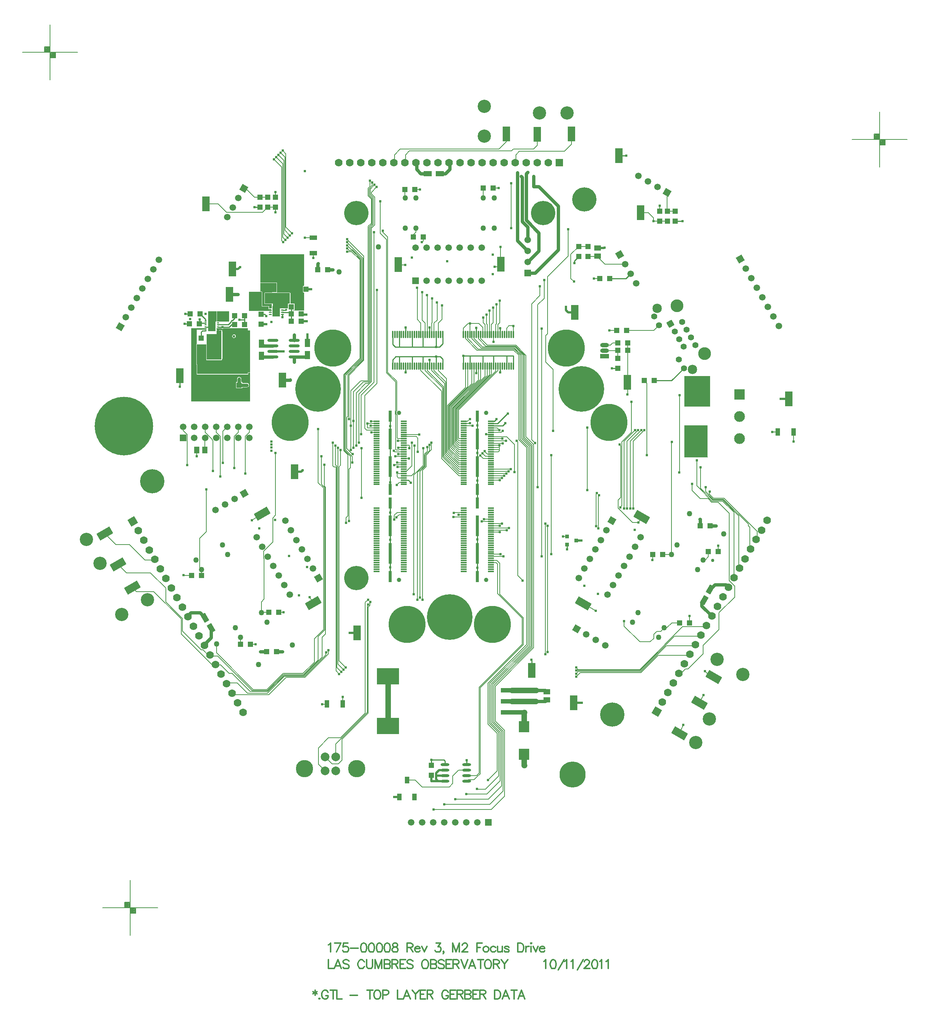
<source format=gtl>
%FSLAX23Y23*%
%MOIN*%
G70*
G01*
G75*
G04 Layer_Physical_Order=1*
G04 Layer_Color=255*
%ADD10R,0.057X0.012*%
%ADD11R,0.025X0.185*%
%ADD12R,0.025X0.100*%
%ADD13O,0.079X0.024*%
%ADD14R,0.070X0.135*%
%ADD15R,0.036X0.036*%
%ADD16R,0.094X0.102*%
G04:AMPARAMS|DCode=17|XSize=78mil|YSize=48mil|CornerRadius=0mil|HoleSize=0mil|Usage=FLASHONLY|Rotation=240.000|XOffset=0mil|YOffset=0mil|HoleType=Round|Shape=Rectangle|*
%AMROTATEDRECTD17*
4,1,4,-0.001,0.046,0.040,0.022,0.001,-0.046,-0.040,-0.022,-0.001,0.046,0.0*
%
%ADD17ROTATEDRECTD17*%

%ADD18R,0.063X0.075*%
%ADD19R,0.050X0.050*%
%ADD20R,0.209X0.079*%
%ADD21R,0.200X0.040*%
%ADD22R,0.200X0.150*%
%ADD23R,0.087X0.059*%
%ADD24R,0.060X0.126*%
%ADD25O,0.012X0.069*%
%ADD26R,0.065X0.094*%
%ADD27O,0.027X0.010*%
%ADD28O,0.024X0.010*%
%ADD29R,0.039X0.059*%
%ADD30R,0.040X0.067*%
%ADD31R,0.051X0.059*%
%ADD32R,0.059X0.051*%
%ADD33O,0.098X0.028*%
%ADD34R,0.050X0.050*%
%ADD35R,0.048X0.078*%
%ADD36R,0.078X0.048*%
G04:AMPARAMS|DCode=37|XSize=78mil|YSize=48mil|CornerRadius=0mil|HoleSize=0mil|Usage=FLASHONLY|Rotation=120.000|XOffset=0mil|YOffset=0mil|HoleType=Round|Shape=Rectangle|*
%AMROTATEDRECTD37*
4,1,4,0.040,-0.022,-0.001,-0.046,-0.040,0.022,0.001,0.046,0.040,-0.022,0.0*
%
%ADD37ROTATEDRECTD37*%

%ADD38R,0.067X0.040*%
G04:AMPARAMS|DCode=39|XSize=135mil|YSize=70mil|CornerRadius=0mil|HoleSize=0mil|Usage=FLASHONLY|Rotation=30.000|XOffset=0mil|YOffset=0mil|HoleType=Round|Shape=Rectangle|*
%AMROTATEDRECTD39*
4,1,4,-0.041,-0.064,-0.076,-0.003,0.041,0.064,0.076,0.003,-0.041,-0.064,0.0*
%
%ADD39ROTATEDRECTD39*%

G04:AMPARAMS|DCode=40|XSize=135mil|YSize=70mil|CornerRadius=0mil|HoleSize=0mil|Usage=FLASHONLY|Rotation=150.000|XOffset=0mil|YOffset=0mil|HoleType=Round|Shape=Rectangle|*
%AMROTATEDRECTD40*
4,1,4,0.076,-0.003,0.041,-0.064,-0.076,0.003,-0.041,0.064,0.076,-0.003,0.0*
%
%ADD40ROTATEDRECTD40*%

%ADD41C,0.020*%
%ADD42C,0.005*%
%ADD43C,0.010*%
%ADD44C,0.050*%
%ADD45C,0.030*%
%ADD46C,0.012*%
%ADD47C,0.008*%
%ADD48C,0.012*%
%ADD49C,0.012*%
%ADD50R,0.079X0.039*%
%ADD51O,0.079X0.039*%
%ADD52C,0.079*%
%ADD53C,0.157*%
%ADD54C,0.120*%
%ADD55C,0.220*%
%ADD56C,0.039*%
%ADD57C,0.085*%
%ADD58C,0.055*%
%ADD59C,0.116*%
%ADD60P,0.078X4X165.0*%
%ADD61C,0.059*%
%ADD62P,0.084X4X255.0*%
%ADD63C,0.050*%
%ADD64P,0.099X4X105.0*%
%ADD65C,0.070*%
%ADD66C,0.219*%
%ADD67R,0.098X0.098*%
%ADD68C,0.098*%
%ADD69R,0.059X0.059*%
%ADD70C,0.059*%
%ADD71P,0.084X4X285.0*%
%ADD72P,0.084X4X195.0*%
%ADD73P,0.084X4X255.0*%
%ADD74R,0.059X0.059*%
%ADD75P,0.084X4X345.0*%
%ADD76R,0.070X0.070*%
%ADD77P,0.099X4X345.0*%
%ADD78P,0.084X4X375.0*%
%ADD79R,0.059X0.059*%
%ADD80C,0.335*%
%ADD81C,0.531*%
%ADD82C,0.413*%
%ADD83C,0.236*%
%ADD84C,0.026*%
%ADD85C,0.024*%
%ADD86C,0.030*%
%ADD87C,0.020*%
G36*
X29426Y32346D02*
X29291D01*
Y32578D01*
X29381D01*
Y32610D01*
X29426D01*
Y32346D01*
D02*
G37*
G36*
X29664Y32610D02*
X29684D01*
Y32236D01*
Y32230D01*
X29668D01*
X29665Y32229D01*
X29664Y32226D01*
Y32217D01*
X29664Y32216D01*
X29663Y32216D01*
X29206D01*
X29205Y32216D01*
X29205Y32217D01*
Y32226D01*
Y32300D01*
Y32300D01*
X29205Y32301D01*
Y32302D01*
X29204Y32303D01*
X29204Y32304D01*
X29203Y32304D01*
X29203Y32304D01*
X29202Y32305D01*
X29201Y32306D01*
X29201Y32306D01*
Y32307D01*
Y32484D01*
X29201Y32485D01*
X29202Y32485D01*
X29287D01*
Y32346D01*
X29288Y32343D01*
X29291Y32341D01*
X29426D01*
X29429Y32343D01*
X29430Y32346D01*
Y32355D01*
X29434D01*
Y32600D01*
X29430Y32603D01*
Y32607D01*
X29434Y32610D01*
X29430D01*
X29429Y32613D01*
X29426Y32614D01*
X29406D01*
X29405Y32615D01*
X29402Y32615D01*
X29388D01*
X29385Y32615D01*
X29385Y32615D01*
X29381Y32620D01*
Y32629D01*
X29381Y32629D01*
X29381Y32629D01*
X29382Y32631D01*
X29423D01*
X29423Y32630D01*
X29429Y32627D01*
X29435Y32625D01*
X29441Y32627D01*
X29446Y32630D01*
X29447Y32631D01*
X29664D01*
Y32610D01*
D02*
G37*
G36*
X29288Y32617D02*
X29201D01*
Y32489D01*
X29198Y32488D01*
X29197Y32485D01*
Y32306D01*
X29197Y32305D01*
Y32304D01*
X29197Y32303D01*
X29198Y32303D01*
X29198Y32303D01*
X29198Y32303D01*
X29199Y32301D01*
X29199D01*
X29200Y32301D01*
X29200Y32301D01*
X29201Y32300D01*
Y32300D01*
Y32226D01*
Y32216D01*
X29202Y32213D01*
X29205Y32211D01*
X29664D01*
X29667Y32213D01*
X29668Y32216D01*
Y32226D01*
X29684D01*
Y31966D01*
X29151D01*
Y32629D01*
X29288D01*
Y32617D01*
D02*
G37*
G36*
X33833Y31467D02*
X33834Y31465D01*
X33832Y31461D01*
X33620D01*
Y31746D01*
X33621Y31747D01*
X33621D01*
Y31747D01*
X33623Y31749D01*
X33833D01*
Y31467D01*
D02*
G37*
G36*
X33856Y32198D02*
X33856D01*
X33856Y32198D01*
Y31922D01*
X33623D01*
X33620Y31924D01*
Y32198D01*
X33856D01*
X33856Y32198D01*
D02*
G37*
G36*
X29381Y32776D02*
X29381Y32776D01*
X29380Y32770D01*
X29381Y32764D01*
X29381Y32763D01*
Y32700D01*
X29380Y32698D01*
X29379Y32695D01*
X29379Y32694D01*
X29376Y32690D01*
X29306D01*
Y32785D01*
X29381D01*
Y32776D01*
D02*
G37*
G36*
X29924Y32956D02*
X29884D01*
X29881Y32953D01*
X29819D01*
X29816Y32952D01*
X29815Y32949D01*
Y32855D01*
X29816Y32852D01*
X29819Y32851D01*
X29881D01*
Y32813D01*
X29877Y32809D01*
X29858D01*
X29857Y32809D01*
X29856Y32810D01*
X29855Y32812D01*
X29854Y32813D01*
X29855Y32815D01*
X29856Y32817D01*
X29857Y32817D01*
X29857Y32818D01*
X29858Y32819D01*
X29858Y32820D01*
X29859Y32820D01*
X29858Y32821D01*
X29858Y32822D01*
X29857Y32827D01*
X29856Y32828D01*
X29856Y32829D01*
X29855Y32829D01*
X29855Y32830D01*
X29854Y32830D01*
X29853Y32830D01*
X29794D01*
Y32960D01*
X29793Y32963D01*
X29790Y32964D01*
X29779D01*
Y33041D01*
X29924D01*
Y32956D01*
D02*
G37*
G36*
X30176Y33013D02*
X30164D01*
Y32955D01*
X30176D01*
Y32794D01*
X30172Y32790D01*
X30067D01*
Y32795D01*
X30087D01*
Y32853D01*
X30050D01*
Y32948D01*
X30050Y32948D01*
X30050Y32948D01*
X30050Y32949D01*
X30049Y32951D01*
X30049Y32951D01*
X30049Y32951D01*
X30048Y32952D01*
X30046Y32953D01*
X30045Y32953D01*
X29930D01*
X29928Y32956D01*
Y33041D01*
X29927Y33044D01*
X29924Y33045D01*
X29779D01*
Y33299D01*
X29779Y33299D01*
X29779Y33299D01*
X29780Y33301D01*
X30176D01*
Y33013D01*
D02*
G37*
G36*
X29790Y32826D02*
X29853D01*
X29854Y32821D01*
X29852Y32820D01*
X29851Y32817D01*
X29850Y32813D01*
X29851Y32810D01*
X29852Y32807D01*
X29855Y32805D01*
X29859Y32804D01*
X29876D01*
X29879Y32802D01*
Y32801D01*
Y32787D01*
X29677D01*
X29677Y32787D01*
X29677Y32787D01*
X29676Y32787D01*
Y32960D01*
X29790D01*
Y32826D01*
D02*
G37*
G36*
X29496Y32690D02*
X29398D01*
X29385Y32692D01*
X29384Y32694D01*
X29384Y32694D01*
X29383Y32694D01*
X29384Y32695D01*
X29383Y32695D01*
X29384Y32697D01*
X29384Y32698D01*
X29385Y32699D01*
X29385Y32700D01*
Y32763D01*
X29385Y32764D01*
X29385Y32764D01*
X29384Y32770D01*
X29385Y32775D01*
X29385Y32776D01*
X29385Y32776D01*
Y32785D01*
X29496D01*
Y32690D01*
D02*
G37*
G36*
X30046Y32948D02*
Y32853D01*
X30029D01*
Y32811D01*
X29953D01*
X29952Y32810D01*
X29891D01*
Y32855D01*
X29819D01*
Y32949D01*
X30045D01*
X30046Y32948D01*
D02*
G37*
%LPC*%
G36*
X29539Y32574D02*
X29533Y32573D01*
X29527Y32569D01*
X29524Y32564D01*
X29523Y32558D01*
X29524Y32552D01*
X29527Y32546D01*
X29533Y32543D01*
X29539Y32541D01*
X29545Y32543D01*
X29550Y32546D01*
X29554Y32552D01*
X29555Y32558D01*
X29554Y32564D01*
X29550Y32569D01*
X29545Y32573D01*
X29539Y32574D01*
D02*
G37*
G36*
X29586Y32189D02*
X29578Y32188D01*
X29572Y32184D01*
X29568Y32177D01*
X29567Y32170D01*
Y32144D01*
X29557D01*
Y32086D01*
X29615D01*
Y32095D01*
X29656D01*
X29663Y32097D01*
X29670Y32101D01*
X29674Y32107D01*
X29675Y32115D01*
X29674Y32122D01*
X29670Y32129D01*
X29663Y32133D01*
X29656Y32134D01*
X29615D01*
Y32144D01*
X29605D01*
Y32170D01*
X29604Y32177D01*
X29600Y32184D01*
X29593Y32188D01*
X29586Y32189D01*
D02*
G37*
%LPD*%
D10*
X30833Y30428D02*
D03*
Y30448D02*
D03*
Y30468D02*
D03*
Y30487D02*
D03*
Y30507D02*
D03*
Y30527D02*
D03*
Y30546D02*
D03*
Y30566D02*
D03*
Y30586D02*
D03*
Y30605D02*
D03*
Y30625D02*
D03*
Y30645D02*
D03*
Y30664D02*
D03*
Y30684D02*
D03*
Y30704D02*
D03*
Y30723D02*
D03*
Y30743D02*
D03*
Y30763D02*
D03*
Y30783D02*
D03*
Y30802D02*
D03*
Y30822D02*
D03*
Y30842D02*
D03*
Y30861D02*
D03*
Y30881D02*
D03*
Y30901D02*
D03*
Y30920D02*
D03*
Y30940D02*
D03*
Y30960D02*
D03*
Y30979D02*
D03*
Y30999D02*
D03*
Y31216D02*
D03*
Y31235D02*
D03*
Y31255D02*
D03*
Y31275D02*
D03*
Y31294D02*
D03*
Y31314D02*
D03*
Y31334D02*
D03*
Y31353D02*
D03*
Y31373D02*
D03*
Y31393D02*
D03*
Y31412D02*
D03*
Y31432D02*
D03*
Y31452D02*
D03*
Y31472D02*
D03*
Y31491D02*
D03*
Y31511D02*
D03*
Y31531D02*
D03*
Y31550D02*
D03*
Y31570D02*
D03*
Y31590D02*
D03*
Y31609D02*
D03*
Y31629D02*
D03*
Y31649D02*
D03*
Y31668D02*
D03*
Y31688D02*
D03*
Y31708D02*
D03*
Y31727D02*
D03*
Y31747D02*
D03*
Y31767D02*
D03*
Y31786D02*
D03*
D03*
X31077Y30428D02*
D03*
Y30448D02*
D03*
Y30468D02*
D03*
Y30487D02*
D03*
Y30507D02*
D03*
Y30527D02*
D03*
Y30546D02*
D03*
Y30566D02*
D03*
Y30586D02*
D03*
Y30605D02*
D03*
Y30625D02*
D03*
Y30645D02*
D03*
Y30664D02*
D03*
Y30684D02*
D03*
Y30704D02*
D03*
Y30723D02*
D03*
Y30743D02*
D03*
Y30763D02*
D03*
Y30783D02*
D03*
Y30802D02*
D03*
Y30822D02*
D03*
Y30842D02*
D03*
Y30861D02*
D03*
Y30881D02*
D03*
Y30901D02*
D03*
Y30920D02*
D03*
Y30940D02*
D03*
Y30960D02*
D03*
Y30979D02*
D03*
Y30999D02*
D03*
Y31216D02*
D03*
Y31235D02*
D03*
Y31255D02*
D03*
Y31275D02*
D03*
Y31294D02*
D03*
Y31314D02*
D03*
Y31334D02*
D03*
Y31353D02*
D03*
Y31373D02*
D03*
Y31393D02*
D03*
Y31412D02*
D03*
Y31432D02*
D03*
Y31452D02*
D03*
Y31472D02*
D03*
Y31491D02*
D03*
Y31511D02*
D03*
Y31531D02*
D03*
Y31550D02*
D03*
Y31570D02*
D03*
Y31590D02*
D03*
Y31609D02*
D03*
Y31629D02*
D03*
Y31649D02*
D03*
Y31668D02*
D03*
Y31688D02*
D03*
Y31708D02*
D03*
Y31727D02*
D03*
Y31747D02*
D03*
Y31767D02*
D03*
Y31786D02*
D03*
X31623Y30428D02*
D03*
Y30448D02*
D03*
Y30468D02*
D03*
Y30487D02*
D03*
Y30507D02*
D03*
Y30527D02*
D03*
Y30546D02*
D03*
Y30566D02*
D03*
Y30586D02*
D03*
Y30605D02*
D03*
Y30625D02*
D03*
Y30645D02*
D03*
Y30664D02*
D03*
Y30684D02*
D03*
Y30704D02*
D03*
Y30723D02*
D03*
Y30743D02*
D03*
Y30763D02*
D03*
Y30783D02*
D03*
Y30802D02*
D03*
Y30822D02*
D03*
Y30842D02*
D03*
Y30861D02*
D03*
Y30881D02*
D03*
Y30901D02*
D03*
Y30920D02*
D03*
Y30940D02*
D03*
Y30960D02*
D03*
Y30979D02*
D03*
Y30999D02*
D03*
Y31216D02*
D03*
Y31235D02*
D03*
Y31255D02*
D03*
Y31275D02*
D03*
Y31294D02*
D03*
Y31314D02*
D03*
Y31334D02*
D03*
Y31353D02*
D03*
Y31373D02*
D03*
Y31393D02*
D03*
Y31412D02*
D03*
Y31432D02*
D03*
Y31452D02*
D03*
Y31472D02*
D03*
Y31491D02*
D03*
Y31511D02*
D03*
Y31531D02*
D03*
Y31550D02*
D03*
Y31570D02*
D03*
Y31590D02*
D03*
Y31609D02*
D03*
Y31629D02*
D03*
Y31649D02*
D03*
Y31668D02*
D03*
Y31688D02*
D03*
Y31708D02*
D03*
Y31727D02*
D03*
Y31747D02*
D03*
Y31767D02*
D03*
Y31786D02*
D03*
D03*
X31867Y30428D02*
D03*
Y30448D02*
D03*
Y30468D02*
D03*
Y30487D02*
D03*
Y30507D02*
D03*
Y30527D02*
D03*
Y30546D02*
D03*
Y30566D02*
D03*
Y30586D02*
D03*
Y30605D02*
D03*
Y30625D02*
D03*
Y30645D02*
D03*
Y30664D02*
D03*
Y30684D02*
D03*
Y30704D02*
D03*
Y30723D02*
D03*
Y30743D02*
D03*
Y30763D02*
D03*
Y30783D02*
D03*
Y30802D02*
D03*
Y30822D02*
D03*
Y30842D02*
D03*
Y30861D02*
D03*
Y30881D02*
D03*
Y30901D02*
D03*
Y30920D02*
D03*
Y30940D02*
D03*
Y30960D02*
D03*
Y30979D02*
D03*
Y30999D02*
D03*
Y31216D02*
D03*
Y31235D02*
D03*
Y31255D02*
D03*
Y31275D02*
D03*
Y31294D02*
D03*
Y31314D02*
D03*
Y31334D02*
D03*
Y31353D02*
D03*
Y31373D02*
D03*
Y31393D02*
D03*
Y31412D02*
D03*
Y31432D02*
D03*
Y31452D02*
D03*
Y31472D02*
D03*
Y31491D02*
D03*
Y31511D02*
D03*
Y31531D02*
D03*
Y31550D02*
D03*
Y31570D02*
D03*
Y31590D02*
D03*
Y31609D02*
D03*
Y31629D02*
D03*
Y31649D02*
D03*
Y31668D02*
D03*
Y31688D02*
D03*
Y31708D02*
D03*
Y31727D02*
D03*
Y31747D02*
D03*
Y31767D02*
D03*
Y31786D02*
D03*
D11*
X30955Y30839D02*
D03*
Y30589D02*
D03*
Y31376D02*
D03*
Y31626D02*
D03*
X31745Y30839D02*
D03*
Y30589D02*
D03*
Y31376D02*
D03*
Y31626D02*
D03*
D12*
X30955Y30381D02*
D03*
Y31834D02*
D03*
Y31169D02*
D03*
Y31046D02*
D03*
X31745Y30381D02*
D03*
Y31834D02*
D03*
Y31169D02*
D03*
Y31046D02*
D03*
D13*
X31450Y28677D02*
D03*
Y28627D02*
D03*
Y28577D02*
D03*
Y28527D02*
D03*
X31647Y28677D02*
D03*
Y28627D02*
D03*
Y28577D02*
D03*
Y28527D02*
D03*
D14*
X33224Y33676D02*
D03*
X29499Y32936D02*
D03*
X29979Y32161D02*
D03*
X29049Y32201D02*
D03*
X29524Y33166D02*
D03*
X32628Y32774D02*
D03*
X34569Y31991D02*
D03*
X32619Y29236D02*
D03*
X30654Y29871D02*
D03*
X30089Y31331D02*
D03*
X32599Y34391D02*
D03*
X32289Y34386D02*
D03*
X32009Y34391D02*
D03*
X31029Y33206D02*
D03*
X31959Y33211D02*
D03*
X33028Y34195D02*
D03*
X32239Y29531D02*
D03*
X33104Y32141D02*
D03*
X29284Y33756D02*
D03*
D15*
X32557Y30669D02*
D03*
X32643Y30706D02*
D03*
X32557Y30743D02*
D03*
D16*
X32169Y28770D02*
D03*
Y29022D02*
D03*
D17*
X33801Y30168D02*
D03*
X33856Y30263D02*
D03*
D18*
X29863Y32899D02*
D03*
X29753D02*
D03*
X29998D02*
D03*
X30108D02*
D03*
D19*
X31329Y28672D02*
D03*
Y28582D02*
D03*
X32749Y33371D02*
D03*
Y33281D02*
D03*
X32664Y33371D02*
D03*
Y33281D02*
D03*
X29784Y32756D02*
D03*
Y32666D02*
D03*
X29586Y32025D02*
D03*
Y32115D02*
D03*
X29241Y32540D02*
D03*
Y32450D02*
D03*
X29914Y33816D02*
D03*
Y33726D02*
D03*
X33399Y33691D02*
D03*
Y33601D02*
D03*
X33019Y32266D02*
D03*
Y32356D02*
D03*
X33539Y33601D02*
D03*
Y33691D02*
D03*
X29774Y33726D02*
D03*
Y33816D02*
D03*
X29844Y33726D02*
D03*
Y33816D02*
D03*
X33469Y33601D02*
D03*
Y33691D02*
D03*
D20*
X33725Y31707D02*
D03*
Y31967D02*
D03*
D21*
X32059Y29351D02*
D03*
Y29251D02*
D03*
Y29151D02*
D03*
D22*
X30934Y29026D02*
D03*
Y29476D02*
D03*
D23*
X29391Y32014D02*
D03*
Y32266D02*
D03*
X29863Y33255D02*
D03*
Y33003D02*
D03*
D24*
X29362Y32431D02*
D03*
X29606D02*
D03*
D25*
X31430Y32574D02*
D03*
X31411D02*
D03*
X31391D02*
D03*
X31371D02*
D03*
X31352D02*
D03*
X31332D02*
D03*
X31312D02*
D03*
X31292D02*
D03*
X31273D02*
D03*
X31253D02*
D03*
X31233D02*
D03*
X31214D02*
D03*
X31194D02*
D03*
X31174D02*
D03*
X31155D02*
D03*
X31135D02*
D03*
X31115D02*
D03*
X31096D02*
D03*
X31076D02*
D03*
X31056D02*
D03*
X31037D02*
D03*
X31017D02*
D03*
X30997D02*
D03*
X30978D02*
D03*
X31430Y32288D02*
D03*
X31411D02*
D03*
X31391D02*
D03*
X31371D02*
D03*
X31352D02*
D03*
X31332D02*
D03*
X31312D02*
D03*
X31292D02*
D03*
X31273D02*
D03*
X31253D02*
D03*
X31233D02*
D03*
X31214D02*
D03*
X31194D02*
D03*
X31174D02*
D03*
X31155D02*
D03*
X31135D02*
D03*
X31115D02*
D03*
X31096D02*
D03*
X31076D02*
D03*
X31056D02*
D03*
X31037D02*
D03*
X31017D02*
D03*
X30997D02*
D03*
X30978D02*
D03*
X32070Y32574D02*
D03*
X32051D02*
D03*
X32031D02*
D03*
X32011D02*
D03*
X31992D02*
D03*
X31972D02*
D03*
X31952D02*
D03*
X31932D02*
D03*
X31913D02*
D03*
X31893D02*
D03*
X31873D02*
D03*
X31854D02*
D03*
X31834D02*
D03*
X31814D02*
D03*
X31795D02*
D03*
X31775D02*
D03*
X31755D02*
D03*
X31736D02*
D03*
X31716D02*
D03*
X31696D02*
D03*
X31677D02*
D03*
X31657D02*
D03*
X31637D02*
D03*
X31618D02*
D03*
X32070Y32288D02*
D03*
X32051D02*
D03*
X32031D02*
D03*
X32011D02*
D03*
X31992D02*
D03*
X31972D02*
D03*
X31952D02*
D03*
X31932D02*
D03*
X31913D02*
D03*
X31893D02*
D03*
X31873D02*
D03*
X31854D02*
D03*
X31834D02*
D03*
X31814D02*
D03*
X31795D02*
D03*
X31775D02*
D03*
X31755D02*
D03*
X31736D02*
D03*
X31716D02*
D03*
X31696D02*
D03*
X31677D02*
D03*
X31657D02*
D03*
X31637D02*
D03*
X31618D02*
D03*
D26*
X29923Y32784D02*
D03*
X29338Y32651D02*
D03*
D27*
X29978Y32813D02*
D03*
X29978Y32794D02*
D03*
X29978Y32774D02*
D03*
Y32754D02*
D03*
X29867D02*
D03*
Y32774D02*
D03*
Y32794D02*
D03*
Y32813D02*
D03*
D28*
X29395Y32659D02*
D03*
Y32642D02*
D03*
Y32624D02*
D03*
Y32606D02*
D03*
X29281D02*
D03*
Y32624D02*
D03*
Y32642D02*
D03*
Y32659D02*
D03*
Y32677D02*
D03*
Y32695D02*
D03*
X29395Y32677D02*
D03*
Y32695D02*
D03*
D29*
X31038Y28383D02*
D03*
X31107Y28536D02*
D03*
X31176Y28383D02*
D03*
D30*
X34468Y31691D02*
D03*
X34610D02*
D03*
X30383Y29226D02*
D03*
X30525D02*
D03*
D31*
X29201Y31526D02*
D03*
X29276D02*
D03*
D32*
X32834Y33283D02*
D03*
Y33358D02*
D03*
X32374Y29338D02*
D03*
Y29263D02*
D03*
D33*
X29892Y32521D02*
D03*
Y32471D02*
D03*
Y32421D02*
D03*
Y32371D02*
D03*
X30085Y32521D02*
D03*
Y32471D02*
D03*
Y32421D02*
D03*
Y32371D02*
D03*
D34*
X30058Y32759D02*
D03*
X30148D02*
D03*
X30103Y32984D02*
D03*
X30193D02*
D03*
X30148Y32824D02*
D03*
X30058D02*
D03*
X30148Y32694D02*
D03*
X30058D02*
D03*
X29436Y32750D02*
D03*
X29346D02*
D03*
X29231Y32760D02*
D03*
X29141D02*
D03*
X29136Y32670D02*
D03*
X29226D02*
D03*
X29546Y32745D02*
D03*
X29636D02*
D03*
X29546Y32665D02*
D03*
X29636D02*
D03*
X30299Y33161D02*
D03*
X30389D02*
D03*
X29834Y29701D02*
D03*
X29924D02*
D03*
X33854Y30841D02*
D03*
X33764D02*
D03*
X33019Y32496D02*
D03*
X33109D02*
D03*
X31089Y33886D02*
D03*
X31179D02*
D03*
X29599Y29766D02*
D03*
X29689D02*
D03*
X33839Y30606D02*
D03*
X33929D02*
D03*
X31164Y33456D02*
D03*
X31254D02*
D03*
X29854Y30056D02*
D03*
X29944D02*
D03*
X33424Y30581D02*
D03*
X33334D02*
D03*
X33009Y32611D02*
D03*
X33099D02*
D03*
X33259Y32156D02*
D03*
X33349D02*
D03*
X32854Y33081D02*
D03*
X32944D02*
D03*
X33109Y32431D02*
D03*
X33019D02*
D03*
X31799Y33901D02*
D03*
X31889D02*
D03*
X29244Y30391D02*
D03*
X29154D02*
D03*
X33579Y29961D02*
D03*
X33669D02*
D03*
D35*
X29789Y32491D02*
D03*
Y32381D02*
D03*
X30204Y32496D02*
D03*
Y32386D02*
D03*
D36*
X31404Y34031D02*
D03*
X31294D02*
D03*
D37*
X29276Y30008D02*
D03*
X29331Y29913D02*
D03*
D38*
X30259Y33310D02*
D03*
Y33452D02*
D03*
D39*
X28369Y30771D02*
D03*
X28489Y30491D02*
D03*
X28619Y30281D02*
D03*
X30259Y30141D02*
D03*
X29794Y30951D02*
D03*
D40*
X33579Y28961D02*
D03*
X33759Y29236D02*
D03*
X33889Y29471D02*
D03*
X33234Y30921D02*
D03*
X32704Y30136D02*
D03*
D41*
X32687Y30706D02*
X32687Y30706D01*
X32643Y30706D02*
X32687D01*
X31371Y28575D02*
Y28601D01*
Y28544D02*
Y28575D01*
X31373Y28577D01*
X31450D01*
X31331Y28527D02*
X31388D01*
X31450D01*
X31371Y28544D02*
X31388Y28527D01*
X31371Y28601D02*
X31397Y28627D01*
X31450D01*
X30992Y28383D02*
X30992Y28383D01*
X31038D01*
X31329Y28528D02*
X31331Y28527D01*
X31329Y28528D02*
Y28582D01*
X30193Y32984D02*
X30238D01*
X30239Y32985D01*
X30148Y32759D02*
X30153Y32754D01*
X30195D01*
X30148Y32694D02*
X30198D01*
X29892Y32421D02*
X29987D01*
X30204Y32496D02*
Y32573D01*
X29784Y32666D02*
X29830D01*
X29524Y33166D02*
X29576D01*
X29594Y33184D01*
X30089Y31331D02*
X30149D01*
X30162Y31344D01*
X30588Y29871D02*
X30654D01*
X32619Y29236D02*
X32691D01*
X32693Y29238D01*
X34496Y31991D02*
X34569D01*
X34495Y31990D02*
X34496Y31991D01*
X32567Y32774D02*
X32628D01*
X32547Y32794D02*
X32567Y32774D01*
X32547Y32794D02*
Y32825D01*
X32834Y33358D02*
X32896D01*
X32899Y33361D01*
D42*
X31867Y30783D02*
X31948D01*
X32520Y30743D02*
X32557D01*
X31647Y28527D02*
X31662Y28542D01*
X31714D01*
X31740Y28568D01*
X31743D01*
X31770Y28595D01*
Y28598D01*
X31771Y28599D01*
X31647Y28577D02*
X31739D01*
X31761Y28599D01*
Y29377D01*
X31771Y28599D02*
Y29373D01*
X31745Y28455D02*
X31818D01*
X31646Y28409D02*
X31832D01*
X31818Y28455D02*
X31939Y28575D01*
X31832Y28409D02*
X31952Y28529D01*
X31545Y28363D02*
X31845D01*
X31965Y28483D01*
X31445Y28317D02*
X31858D01*
X31978Y28436D01*
X31345Y28271D02*
X31872D01*
X31771Y29373D02*
X32161Y29763D01*
Y30008D01*
X31761Y29377D02*
X32151Y29767D01*
Y30004D01*
X31843Y29415D02*
X32191Y29763D01*
X31856Y29409D02*
X32204Y29757D01*
X31869Y29404D02*
X32217Y29752D01*
X31882Y29399D02*
X32230Y29747D01*
X31895Y29393D02*
X32243Y29741D01*
X31908Y29388D02*
X32256Y29736D01*
X32191Y29763D02*
Y31549D01*
X32204Y29757D02*
Y31554D01*
X32217Y29752D02*
Y31560D01*
X32230Y29747D02*
Y31565D01*
X32243Y29741D02*
Y31570D01*
X32256Y29736D02*
Y31576D01*
X31929Y30226D02*
X32151Y30004D01*
X31949Y30220D02*
X32161Y30008D01*
X31949Y30220D02*
Y30501D01*
X31923Y30527D02*
X31949Y30501D01*
X31929Y30226D02*
Y30493D01*
X31915Y30507D02*
X31929Y30493D01*
X31867Y30527D02*
X31923D01*
X31867Y30507D02*
X31915D01*
X31107Y28536D02*
X31180D01*
X31244Y28473D01*
X31490D01*
X31523Y28506D01*
Y28574D01*
X31575Y28626D01*
X31646D01*
X31647Y28627D01*
X31867Y31629D02*
X31868Y31630D01*
X31972D01*
X33046Y31098D02*
Y31565D01*
X33021Y31073D02*
X33046Y31098D01*
X33021Y31000D02*
Y31073D01*
Y31000D02*
X33150Y30872D01*
X33204D01*
X33234Y30921D01*
X32704Y30136D02*
X32817Y30069D01*
X32155Y30345D02*
X32157D01*
X31867Y31609D02*
X32005Y31610D01*
X29700Y30892D02*
X29794Y30951D01*
X30225Y30194D02*
X30259Y30141D01*
X31029Y33206D02*
X31030Y33205D01*
X31091D01*
X31867Y31590D02*
X31869Y31588D01*
X31974D01*
X32237Y31621D02*
X32269Y31589D01*
X32237Y31621D02*
Y32851D01*
X32312Y32926D01*
Y33010D01*
X31955Y33207D02*
Y33366D01*
X31935Y33187D02*
X31955Y33207D01*
X31901Y33187D02*
X31935D01*
X31536Y30960D02*
X31623D01*
X31533Y30957D02*
X31536Y30960D01*
X33040Y31008D02*
X33055Y31023D01*
Y31600D01*
X33142Y31687D01*
Y31963D01*
X31017Y30960D02*
X31077D01*
X30993Y30936D02*
X31017Y30960D01*
X30993Y30897D02*
Y30936D01*
X31036Y30940D02*
X31077D01*
X31013Y30917D02*
X31036Y30940D01*
X31574D02*
X31623D01*
X31574Y30939D02*
X31574Y30940D01*
X31623Y30921D02*
X31623Y30920D01*
X31529Y30921D02*
X31623D01*
X33158Y30996D02*
Y31606D01*
X33258Y31706D01*
X33130Y30996D02*
Y31606D01*
X33230Y31706D01*
X33102Y30996D02*
Y31606D01*
X33202Y31706D01*
X33074Y30996D02*
Y31606D01*
X33174Y31706D01*
X31574Y31634D02*
X31579Y31629D01*
X31565Y31623D02*
X31579Y31609D01*
X31556Y31613D02*
X31579Y31590D01*
X31547Y31602D02*
X31579Y31570D01*
X31538Y31591D02*
X31579Y31550D01*
X31529Y31581D02*
X31579Y31531D01*
X31520Y31570D02*
X31579Y31511D01*
X31511Y31559D02*
X31579Y31491D01*
X31502Y31549D02*
X31579Y31472D01*
X31493Y31538D02*
X31579Y31452D01*
X31484Y31527D02*
X31579Y31432D01*
X31475Y31516D02*
X31579Y31412D01*
X31466Y31506D02*
X31579Y31393D01*
X31457Y31495D02*
X31579Y31373D01*
X31448Y31484D02*
X31579Y31353D01*
X31439Y31474D02*
X31579Y31334D01*
X31430Y31463D02*
X31579Y31314D01*
X31421Y31452D02*
X31579Y31294D01*
X31932Y32248D02*
Y32288D01*
X31493Y31923D02*
X31696Y32126D01*
X31484Y31927D02*
X31657Y32100D01*
X31475Y31930D02*
X31637Y32093D01*
X31391Y32248D02*
X31466Y32173D01*
X31391Y32248D02*
Y32288D01*
X31352Y32248D02*
X31457Y32143D01*
X31352Y32248D02*
Y32288D01*
X31332Y32248D02*
X31448Y32132D01*
X31332Y32248D02*
Y32288D01*
X31292Y32248D02*
X31439Y32102D01*
X31292Y32248D02*
Y32288D01*
X31273Y32248D02*
X31430Y32091D01*
X31273Y32248D02*
Y32288D01*
X31233Y32248D02*
X31421Y32061D01*
X31233Y32248D02*
Y32288D01*
X31574Y31889D02*
X31932Y32248D01*
X31565Y31893D02*
X31913Y32241D01*
X31556Y31897D02*
X31873Y32214D01*
X31547Y31901D02*
X31854Y32207D01*
X31538Y31904D02*
X31834Y32200D01*
X31529Y31908D02*
X31814Y32194D01*
X31520Y31912D02*
X31775Y32167D01*
X31511Y31916D02*
X31755Y32160D01*
X31502Y31919D02*
X31716Y32133D01*
X31579Y31472D02*
X31623D01*
X31502Y31549D02*
Y31919D01*
X31716Y32133D02*
Y32288D01*
X31579Y31452D02*
X31623D01*
X31493Y31538D02*
Y31923D01*
X31696Y32126D02*
Y32288D01*
X31579Y31432D02*
X31623D01*
X31484Y31527D02*
Y31927D01*
X31657Y32100D02*
Y32288D01*
X31579Y31412D02*
X31623D01*
X31475Y31516D02*
Y31930D01*
X31637Y32093D02*
Y32288D01*
X31579Y31393D02*
X31623D01*
X31466Y31506D02*
Y32173D01*
X31579Y31373D02*
X31623D01*
X31457Y31495D02*
Y32143D01*
X31579Y31353D02*
X31623D01*
X31448Y31484D02*
Y32132D01*
X31579Y31334D02*
X31623D01*
X31439Y31474D02*
Y32102D01*
X31579Y31314D02*
X31623D01*
X31430Y31463D02*
Y32091D01*
X31579Y31294D02*
X31623D01*
X31421Y31452D02*
Y32061D01*
X31579Y31491D02*
X31623D01*
X31511Y31559D02*
Y31916D01*
X31755Y32160D02*
Y32288D01*
X31579Y31511D02*
X31623D01*
X31520Y31570D02*
Y31912D01*
X31775Y32167D02*
Y32288D01*
X31579Y31531D02*
X31623D01*
X31529Y31581D02*
Y31908D01*
X31814Y32194D02*
Y32288D01*
X31579Y31550D02*
X31623D01*
X31538Y31591D02*
Y31904D01*
X31834Y32200D02*
Y32288D01*
X31579Y31570D02*
X31623D01*
X31547Y31602D02*
Y31901D01*
X31854Y32207D02*
Y32288D01*
X31579Y31590D02*
X31623D01*
X31556Y31613D02*
Y31897D01*
X31873Y32214D02*
Y32288D01*
X31579Y31609D02*
X31623D01*
X31565Y31623D02*
Y31893D01*
X31913Y32241D02*
Y32288D01*
X31579Y31629D02*
X31623D01*
X31574Y31634D02*
Y31889D01*
X31094Y34147D02*
Y34202D01*
X32094Y34147D02*
Y34202D01*
X32125Y34233D01*
X32534D01*
X32599Y34298D01*
Y34391D01*
X31094Y34202D02*
X31129Y34237D01*
X32055D01*
X32073Y34255D01*
X32256D01*
X32289Y34288D01*
Y34386D01*
X30259Y33267D02*
Y33310D01*
X30182Y33449D02*
X30256D01*
X30259Y33452D01*
X29995Y29476D02*
X30074D01*
X30074Y29476D01*
X30074Y29476D01*
X30177D01*
X30371Y29670D01*
X29992Y29485D02*
X30173D01*
X30339Y29651D01*
X29845Y29339D02*
X29992Y29485D01*
X29842Y29348D02*
X29988Y29494D01*
X30170D01*
X30300Y29625D01*
X29984Y29503D02*
X30166D01*
X30267Y29605D01*
X29838Y29357D02*
X29984Y29503D01*
X31945Y30842D02*
X31948Y30839D01*
X32380Y29697D02*
Y30842D01*
Y29697D02*
X32380Y29697D01*
X32360Y29677D02*
Y30862D01*
X31867Y30861D02*
X31965D01*
X31867Y30842D02*
X31945D01*
X30371Y29670D02*
Y29690D01*
X30375Y29695D01*
X30182Y29467D02*
X30395Y29680D01*
Y29715D01*
X31623Y31767D02*
X31676D01*
X31678Y31769D01*
X30303Y31231D02*
Y31716D01*
Y31231D02*
X30351Y31183D01*
Y29900D02*
Y31183D01*
X30267Y29605D02*
Y29816D01*
X30351Y29900D01*
X30300Y29625D02*
Y29836D01*
X30360Y29896D01*
Y31187D01*
X30330Y31217D02*
X30360Y31187D01*
X30330Y31217D02*
Y31470D01*
X31002D02*
X31075D01*
X31077Y31472D01*
X30993Y31393D02*
X31077D01*
X30992Y31392D02*
X30993Y31393D01*
X30358Y31201D02*
X30369Y31191D01*
Y29862D02*
Y31191D01*
X30339Y29651D02*
Y29832D01*
X30358Y31201D02*
Y31393D01*
X30339Y29832D02*
X30369Y29862D01*
X30381Y29224D02*
X30383Y29226D01*
X30338Y29224D02*
X30381D01*
X30525Y29226D02*
Y29295D01*
X28730Y30532D02*
X28807D01*
X28591Y30672D02*
X28730Y30532D01*
X28468Y30672D02*
X28591D01*
X28369Y30771D02*
X28468Y30672D01*
X29242Y29717D02*
X29257D01*
X29071Y29888D02*
Y30001D01*
X28920Y30152D02*
X29071Y30001D01*
X28920Y30152D02*
Y30278D01*
X28783Y30415D02*
X28920Y30278D01*
X28565Y30415D02*
X28783D01*
X28489Y30491D02*
X28565Y30415D01*
X29071Y29888D02*
X29242Y29717D01*
X29062Y29860D02*
X29342Y29580D01*
X28813Y30245D02*
X29062Y29996D01*
X28654Y30245D02*
X28813D01*
X28619Y30280D02*
X28654Y30245D01*
X28619Y30280D02*
Y30281D01*
X29062Y29860D02*
Y29996D01*
X34281Y30706D02*
Y30791D01*
X33980Y31091D02*
X34281Y30791D01*
X33884Y31091D02*
X33980D01*
X33849Y31127D02*
X33884Y31091D01*
X34201Y30841D02*
Y30858D01*
X33976Y31082D02*
X34201Y30858D01*
X33880Y31082D02*
X33976D01*
X33814Y31149D02*
X33880Y31082D01*
X33877Y31073D02*
X33973D01*
X33769Y31181D02*
X33877Y31073D01*
X33769Y31181D02*
Y31372D01*
X33873Y31064D02*
X33969D01*
X33734Y31204D02*
X33873Y31064D01*
X33734Y31204D02*
Y31435D01*
X33581Y29493D02*
X33631Y29543D01*
X33654D01*
X33792Y29681D02*
Y29757D01*
X33936Y29901D01*
X34078Y30195D02*
Y30294D01*
X34029Y30343D02*
X34078Y30294D01*
X34029Y30343D02*
Y30954D01*
X33927Y31055D02*
X34029Y30954D01*
X33869Y31055D02*
X33927D01*
X33837Y31088D02*
X33869Y31055D01*
X33764Y31088D02*
X33837D01*
X33692Y31160D02*
X33764Y31088D01*
X33654Y29543D02*
X33792Y29681D01*
X33936Y29901D02*
Y30053D01*
X34078Y30195D01*
X31939Y30822D02*
X31940Y30820D01*
X32001D01*
X32002Y30822D01*
X32031D01*
X32822Y30838D02*
Y31133D01*
X32827Y31138D01*
X32842Y30818D02*
Y31113D01*
X32847Y31118D01*
X31867Y30802D02*
X32011D01*
X31867Y30822D02*
X31939D01*
X33849Y31127D02*
Y31148D01*
Y31149D01*
Y31148D02*
X33850Y31149D01*
X33814Y31149D02*
Y31191D01*
Y31192D01*
Y31191D02*
X33815Y31192D01*
X31022Y31373D02*
X31077D01*
X31022Y31373D02*
X31022Y31373D01*
X31077Y31452D02*
X31126D01*
X31126Y31452D01*
X31623Y31747D02*
X31700D01*
X31701Y31748D01*
X32741Y31164D02*
Y31731D01*
X33692Y31160D02*
Y31220D01*
X33859Y29471D02*
X33889D01*
X33807Y29523D02*
X33859Y29471D01*
X33759Y29236D02*
X33794Y29308D01*
X33579Y28961D02*
X33613Y29037D01*
X34420Y31691D02*
X34468D01*
X34419Y31690D02*
X34420Y31691D01*
X34610Y31604D02*
Y31691D01*
Y31604D02*
X34611Y31603D01*
X31948Y31255D02*
X31949Y31254D01*
X31968Y31275D02*
X31969Y31274D01*
X31988Y31294D02*
X31988Y31293D01*
X32007Y31314D02*
X32008Y31313D01*
X32027Y31334D02*
X32028Y31333D01*
X32047Y31353D02*
X32048Y31353D01*
X31867Y31255D02*
X31948D01*
X31867Y31275D02*
X31968D01*
X31867Y31294D02*
X31988D01*
X31867Y31314D02*
X32007D01*
X31867Y31334D02*
X32027D01*
X31867Y31353D02*
X32047D01*
X29679Y31687D02*
Y31736D01*
X29643Y31651D02*
X29679Y31687D01*
X29642Y31313D02*
X29643Y31314D01*
X29579Y31687D02*
Y31736D01*
X29543Y31651D02*
X29579Y31687D01*
X29543Y31363D02*
X29543Y31363D01*
X29439Y31696D02*
X29479Y31736D01*
X29379Y31687D02*
Y31736D01*
Y31687D02*
X29415Y31651D01*
X29414Y31288D02*
X29415Y31289D01*
X29279Y31687D02*
Y31736D01*
Y31687D02*
X29343Y31623D01*
Y31617D02*
Y31623D01*
Y31617D02*
X29347Y31613D01*
X29079Y31704D02*
Y31736D01*
Y31704D02*
X29115Y31668D01*
X29114Y31389D02*
X29115Y31390D01*
X29201Y31469D02*
Y31526D01*
X29201Y31469D02*
X29201Y31469D01*
X29276Y31531D02*
Y31633D01*
X29279Y31636D01*
X29244Y30391D02*
Y30444D01*
X29084Y30391D02*
X29154D01*
X29082Y30393D02*
X29084Y30391D01*
X29790Y30056D02*
X29854D01*
X29944D02*
X29986D01*
X29988Y30058D01*
X29599Y29766D02*
Y29831D01*
X29689Y29766D02*
X29736D01*
X29788Y30054D02*
Y30151D01*
X29813Y30176D01*
X29808Y30547D02*
Y30612D01*
X29813Y30176D02*
Y30543D01*
X29808Y30547D02*
X29813Y30543D01*
X29808Y30612D02*
X29891Y30695D01*
Y30912D01*
X29916Y30936D01*
Y31500D01*
X31206Y31510D02*
Y31634D01*
X31191Y31649D02*
X31206Y31634D01*
X31077Y31649D02*
X31191D01*
X31075Y31549D02*
X31077Y31550D01*
X30696Y31095D02*
Y31545D01*
X29287Y30787D02*
Y31172D01*
X29227Y30727D02*
X29287Y30787D01*
X29227Y30461D02*
Y30727D01*
X33438Y29916D02*
X33462D01*
X33507Y29961D01*
X33579D01*
X33669D02*
Y30022D01*
X33668Y30023D02*
X33669Y30022D01*
X33425Y30582D02*
X33505D01*
X33334Y30533D02*
Y30581D01*
X33333Y30532D02*
X33334Y30533D01*
X33793Y30530D02*
X33810D01*
X33839Y30559D01*
Y30606D01*
X33929D02*
Y30662D01*
X33034Y31578D02*
X33046Y31565D01*
X33505Y31602D02*
X33507D01*
X31077Y31668D02*
X31218D01*
X33505Y30582D02*
Y31602D01*
X33344Y29858D02*
X33371Y29885D01*
X33217Y29791D02*
X33313D01*
X33076Y29932D02*
X33217Y29791D01*
X33076Y29932D02*
Y29978D01*
X31167Y30222D02*
Y31300D01*
X31255Y31388D01*
Y31543D01*
X31129D02*
Y31566D01*
X31125Y31570D02*
X31129Y31566D01*
X31077Y31570D02*
X31125D01*
X31164Y33456D02*
Y33477D01*
X31189Y33502D01*
Y33536D01*
X31254Y33421D02*
Y33456D01*
X31242Y33409D02*
X31254Y33421D01*
X31089Y33814D02*
Y33886D01*
Y33814D02*
X31090Y33812D01*
X31179Y33886D02*
X31180Y33887D01*
X31226D01*
X31799Y33812D02*
Y33901D01*
Y33812D02*
X31799Y33812D01*
X31889Y33901D02*
X31936D01*
X31937Y33902D01*
X32051Y33538D02*
Y33943D01*
X31040Y31629D02*
X31077D01*
X31030Y31550D02*
X31077D01*
X31027Y31547D02*
X31030Y31550D01*
X29227Y30461D02*
X29244Y30444D01*
X31033Y31527D02*
X31037Y31531D01*
X31010Y31527D02*
X31033D01*
X31005Y31532D02*
X31010Y31527D01*
X31037Y31531D02*
X31077D01*
X31038Y31631D02*
X31040Y31629D01*
X31025Y31631D02*
X31038D01*
X31018Y31638D02*
X31025Y31631D01*
X31009Y31854D02*
X31018Y31845D01*
X31009Y31854D02*
Y31876D01*
X31000Y31850D02*
X31005Y31845D01*
X31000Y31850D02*
Y31880D01*
X31005Y31885D01*
Y32145D01*
X31009Y31876D02*
X31014Y31881D01*
Y32149D01*
X30865Y33492D02*
X30923Y33434D01*
X30865Y33492D02*
Y33779D01*
X30888Y33501D02*
X30932Y33457D01*
X31005Y31532D02*
Y31845D01*
X30923Y32227D02*
X31005Y32145D01*
X30923Y32227D02*
Y33434D01*
X31018Y31638D02*
Y31845D01*
X30932Y32231D02*
X31014Y32149D01*
X30932Y32231D02*
Y33457D01*
X30888Y33501D02*
Y33514D01*
X30785Y31688D02*
X30833D01*
X30785Y31688D02*
X30785Y31688D01*
X30753Y31727D02*
X30833D01*
X30749Y31732D02*
X30753Y31727D01*
X30749Y31732D02*
Y31766D01*
X30750Y31767D02*
X30833D01*
X30749Y31766D02*
X30750Y31767D01*
X31027Y31609D02*
X31077D01*
X31026Y31611D02*
X31027Y31609D01*
X31026Y31611D02*
Y31612D01*
X30996Y31511D02*
X31077D01*
X31027Y31314D02*
X31077D01*
X31018Y31323D02*
X31027Y31314D01*
X31029Y31275D02*
X31077D01*
X31018Y31286D02*
X31029Y31275D01*
X31018Y31286D02*
Y31323D01*
X31867Y31727D02*
X31924D01*
X31944Y31708D01*
X31944Y31708D02*
X31944Y31708D01*
X31867Y31708D02*
X31944D01*
X31867Y31570D02*
X31945D01*
X31945Y31570D01*
Y31569D02*
Y31570D01*
X31934Y31511D02*
X31945Y31522D01*
X31867Y31511D02*
X31934D01*
X31867Y31531D02*
X31945D01*
X31867Y31550D02*
X31944D01*
X31945Y31522D02*
Y31569D01*
X33259Y32156D02*
X33283Y32132D01*
Y31482D02*
Y32132D01*
X32416Y30584D02*
Y31481D01*
X32415Y30583D02*
X32416Y30584D01*
X31869D02*
X31956D01*
X31867Y30586D02*
X31869Y30584D01*
X31867Y30566D02*
X31867Y30565D01*
X31979D01*
X31980Y30565D01*
Y30564D02*
Y30565D01*
X32328Y30564D02*
Y32626D01*
X32329Y32627D01*
X32942Y32610D02*
X33008D01*
X33009Y32611D01*
X33469Y33691D02*
X33539D01*
X33464Y33696D02*
X33469Y33691D01*
X33464Y33696D02*
Y33861D01*
X33399Y33601D02*
X33469D01*
X33399Y33691D02*
Y33741D01*
X33019Y32356D02*
Y32431D01*
X33014Y32426D02*
X33019Y32431D01*
X32899Y32426D02*
X33014D01*
X32899Y32476D02*
X32951D01*
X32971Y32496D01*
X33019D01*
X33104Y32031D02*
X33109Y32036D01*
X33575Y31325D02*
X33577Y31327D01*
X32083Y31326D02*
Y31577D01*
X32011Y31648D02*
X32083Y31577D01*
X31867Y31648D02*
X32011D01*
X31867Y31649D02*
X31867Y31648D01*
X33109Y32036D02*
Y32431D01*
Y32496D01*
X31867Y31688D02*
X31963D01*
X31974Y31699D01*
X32432Y31701D02*
Y32258D01*
X32366Y32324D02*
X32432Y32258D01*
X32366Y32324D02*
Y32565D01*
X32380Y32579D01*
X33343Y33601D02*
X33399D01*
X33343D02*
Y33629D01*
X33296Y33676D02*
X33343Y33629D01*
X33224Y33676D02*
X33296D01*
X29646Y33896D02*
X29726Y33816D01*
X29629Y33896D02*
X29646D01*
X29726Y33816D02*
X29774D01*
X29844D01*
X29914D02*
Y33863D01*
X29915Y33864D01*
X29844Y33726D02*
X29914D01*
X29798Y33680D02*
X29844Y33726D01*
X29471Y33680D02*
X29798D01*
X29395Y33756D02*
X29471Y33680D01*
X29284Y33756D02*
X29395D01*
X31826Y31668D02*
X31867D01*
X31826Y31669D02*
X31826Y31668D01*
X31826Y31669D02*
Y31671D01*
X30690Y31670D02*
Y32024D01*
X30808Y32142D02*
Y33499D01*
X30809Y33500D01*
X29914Y33681D02*
X29916Y33679D01*
X29914Y33681D02*
Y33726D01*
X30690Y32024D02*
X30808Y32142D01*
X34071Y30369D02*
X34081Y30359D01*
X34071Y30369D02*
Y30963D01*
X33969Y31064D02*
X34071Y30963D01*
X34116Y30461D02*
X34131Y30446D01*
X34116Y30461D02*
Y30930D01*
X33973Y31073D02*
X34116Y30930D01*
X34214Y30636D02*
X34231Y30619D01*
X34214Y30636D02*
Y30828D01*
X34201Y30841D02*
X34214Y30828D01*
X29381Y29689D02*
Y29772D01*
Y29689D02*
X29713Y29357D01*
X29838D01*
X29257Y29717D02*
X29312Y29662D01*
X29391D01*
X29705Y29348D01*
X29842D01*
X29494Y29504D02*
X29521D01*
X29686Y29339D01*
X29845D01*
X29418Y29580D02*
X29494Y29504D01*
X29342Y29580D02*
X29418D01*
X29457Y29407D02*
X29466Y29416D01*
X29569D01*
X30012Y29467D02*
X30182D01*
X29507Y29320D02*
X29516Y29311D01*
X29856D01*
X30012Y29467D01*
X29569Y29416D02*
X29661Y29324D01*
X29843D01*
X29995Y29476D01*
X33344Y29822D02*
Y29858D01*
X33313Y29791D02*
X33344Y29822D01*
X33371Y29885D02*
X33407D01*
X33438Y29916D01*
X29643Y31314D02*
Y31651D01*
X29543Y31363D02*
Y31651D01*
X29439Y31412D02*
Y31696D01*
X29415Y31289D02*
Y31651D01*
X29347Y31338D02*
Y31613D01*
X29115Y31390D02*
Y31668D01*
X30482Y29587D02*
X30531Y29538D01*
X30482Y29587D02*
Y31548D01*
X30623Y31790D02*
Y32054D01*
X30622Y31789D02*
X30623Y31790D01*
Y32054D02*
X30713Y32144D01*
X30782Y31786D02*
X30833D01*
X30782Y31787D02*
X30782Y31786D01*
X33220Y29529D02*
X33531Y29840D01*
X32640Y29529D02*
X33220D01*
X30713Y32144D02*
X30756D01*
X30793Y33924D02*
Y33950D01*
X30491Y29617D02*
X30551Y29558D01*
X30491Y29617D02*
Y31375D01*
X30505Y31389D01*
Y31527D01*
Y31528D01*
X30599Y31519D02*
Y31528D01*
X30777Y31747D02*
X30777Y31747D01*
X32659Y29538D02*
X33217D01*
X32640Y29557D02*
X32659Y29538D01*
X33217D02*
X33605Y29926D01*
X30599Y32063D02*
X30688Y32153D01*
X30752D01*
X30771Y33914D02*
Y33968D01*
X30777Y31747D02*
X30833D01*
X30473Y29556D02*
X30511Y29518D01*
X30473Y29556D02*
Y31379D01*
X30459Y31393D02*
X30473Y31379D01*
X30459Y31393D02*
Y31568D01*
X30647Y31567D02*
Y32044D01*
X30733Y32129D01*
X30754D01*
X31077Y31294D02*
X31148D01*
X31175Y31321D01*
Y31567D01*
X32640Y29501D02*
X32659Y29520D01*
X33224D01*
X33457Y29753D01*
X30464Y29526D02*
X30491Y29498D01*
X30464Y29526D02*
Y31375D01*
X30436Y31383D02*
X30444Y31375D01*
X30436Y31383D02*
Y31595D01*
X30444Y31375D02*
X30464D01*
X30671Y31594D02*
Y32034D01*
X31077Y31334D02*
X31101D01*
X31151Y31384D01*
Y31594D01*
X32640Y29473D02*
X32678Y29511D01*
X33228D01*
X33384Y29666D01*
X33531Y29840D02*
X33781D01*
X30623Y31548D02*
Y31790D01*
X30599Y31528D02*
Y32063D01*
X33605Y29926D02*
X33831D01*
X33457Y29753D02*
X33731D01*
X33384Y29666D02*
X33681D01*
X30671Y32034D02*
X30784Y32147D01*
Y33862D02*
X30833Y33911D01*
X30754Y32129D02*
X30774Y32149D01*
Y33891D02*
X30813Y33931D01*
X30756Y32144D02*
X30765Y32153D01*
X30752Y32153D02*
X30756Y32157D01*
Y33899D02*
X30771Y33914D01*
X30765Y33895D02*
X30793Y33924D01*
X30784Y33846D02*
Y33862D01*
Y33846D02*
X30814Y33816D01*
X30774Y33841D02*
Y33891D01*
X30765Y33835D02*
Y33895D01*
Y33835D02*
X30793Y33807D01*
X30774Y33841D02*
X30802Y33813D01*
X30756Y33829D02*
Y33899D01*
Y33829D02*
X30784Y33801D01*
X30774Y32149D02*
Y33541D01*
X30802Y33569D01*
Y33813D01*
X30784Y32147D02*
Y33538D01*
X30814Y33568D01*
Y33816D01*
X30765Y32153D02*
Y33547D01*
X30793Y33575D01*
Y33807D01*
X30756Y32157D02*
Y33553D01*
X30784Y33581D01*
Y33801D01*
X32380Y32579D02*
Y33096D01*
X32569Y33285D02*
Y33526D01*
X32380Y33096D02*
X32569Y33285D01*
X31814Y32574D02*
Y32664D01*
X31798Y32680D02*
X31814Y32664D01*
X31834Y32574D02*
Y32664D01*
X31828Y32669D02*
X31834Y32664D01*
X31873Y32574D02*
Y32664D01*
X31888Y32679D01*
X31913Y32574D02*
Y32664D01*
X31918Y32669D01*
X31932Y32574D02*
Y32664D01*
X31948Y32680D01*
X31798Y32726D02*
X31799D01*
X31798Y32680D02*
Y32726D01*
X31828Y32755D02*
X31828D01*
Y32669D02*
Y32755D01*
X31854Y32789D02*
X31854D01*
X31854Y32574D02*
Y32789D01*
X31888Y32816D02*
X31889D01*
X31888Y32679D02*
Y32816D01*
X31918Y32846D02*
X31919D01*
X31918Y32669D02*
Y32846D01*
X31948Y32881D02*
X31949D01*
X31948Y32680D02*
Y32881D01*
X31843Y29044D02*
X31926Y28961D01*
Y28622D02*
Y28961D01*
X31856Y29049D02*
X31939Y28966D01*
Y28575D02*
Y28966D01*
X31869Y29055D02*
X31952Y28972D01*
X31882Y29060D02*
X31965Y28977D01*
X31895Y29065D02*
X31978Y28982D01*
X31908Y29071D02*
X31991Y28988D01*
X31952Y28529D02*
Y28972D01*
X31965Y28483D02*
Y28977D01*
X31978Y28436D02*
Y28982D01*
X31991Y28390D02*
Y28988D01*
X31872Y28271D02*
X31991Y28390D01*
X31793Y32459D02*
X32087D01*
X31716Y32536D02*
Y32574D01*
Y32536D02*
X31793Y32459D01*
X31882Y29060D02*
Y29399D01*
X32160Y31635D02*
Y32386D01*
X32087Y32459D02*
X32160Y32386D01*
Y31635D02*
X32230Y31565D01*
X31823Y32468D02*
X32091D01*
X31755Y32536D02*
Y32574D01*
Y32536D02*
X31823Y32468D01*
X31895Y29065D02*
Y29393D01*
X32173Y31640D02*
Y32386D01*
X32091Y32468D02*
X32173Y32386D01*
Y31640D02*
X32243Y31570D01*
X31834Y32477D02*
X32095D01*
X31775Y32536D02*
Y32574D01*
Y32536D02*
X31834Y32477D01*
X31908Y29071D02*
Y29388D01*
X32186Y31646D02*
Y32385D01*
X32095Y32477D02*
X32186Y32385D01*
Y31646D02*
X32256Y31576D01*
X31782Y32450D02*
X32083D01*
X31696Y32536D02*
Y32574D01*
Y32536D02*
X31782Y32450D01*
X31869Y29055D02*
Y29404D01*
X32147Y31630D02*
Y32386D01*
X32083Y32450D02*
X32147Y32386D01*
Y31630D02*
X32217Y31560D01*
X31657Y32536D02*
X31752Y32441D01*
X31657Y32536D02*
Y32574D01*
X31752Y32441D02*
X32080D01*
X31856Y29049D02*
Y29409D01*
X32134Y31624D02*
Y32387D01*
X32080Y32441D02*
X32134Y32387D01*
Y31624D02*
X32204Y31554D01*
X31637Y32536D02*
X31741Y32432D01*
X31843Y29044D02*
Y29415D01*
X31637Y32536D02*
Y32574D01*
X31741Y32432D02*
X32076D01*
X32121Y31619D02*
Y32387D01*
X32076Y32432D02*
X32121Y32387D01*
Y31619D02*
X32191Y31549D01*
X31840Y28536D02*
X31926Y28622D01*
X31646Y28409D02*
X31647D01*
X32110Y30392D02*
Y31602D01*
Y30392D02*
X32157Y30345D01*
X32102Y31610D02*
X32110Y31602D01*
X32070Y32574D02*
Y32650D01*
X32070Y32651D02*
X32070Y32650D01*
X32011Y32574D02*
Y32632D01*
X32032Y32653D01*
X32069D01*
X31893Y32507D02*
Y32574D01*
X31892Y32506D02*
X31893Y32507D01*
X31795Y32574D02*
Y32636D01*
X31758Y32673D02*
X31795Y32636D01*
X31677Y32574D02*
Y32673D01*
X31677Y32673D01*
X31678Y32674D01*
X31618Y32574D02*
Y32631D01*
X31660Y32674D01*
X31678D01*
X31332Y32574D02*
Y32677D01*
X31335Y32680D01*
X31352Y32574D02*
Y32677D01*
X31380Y32705D01*
Y32861D01*
X31391Y32574D02*
Y32677D01*
X31425Y32711D01*
X31290Y32680D02*
X31292Y32677D01*
Y32574D02*
Y32677D01*
X31245Y32705D02*
X31273Y32677D01*
Y32574D02*
Y32677D01*
X31200Y32711D02*
X31233Y32677D01*
Y32574D02*
Y32677D01*
X31200Y32711D02*
Y32997D01*
X31245Y32705D02*
Y32956D01*
X31290Y32680D02*
Y32931D01*
X31335Y32680D02*
Y32901D01*
X31425Y32711D02*
Y32836D01*
X30986Y31521D02*
X30996Y31511D01*
X31677Y32673D02*
X31758D01*
X32749Y33281D02*
X32832D01*
X32901Y33211D02*
X33086D01*
X32832Y33281D02*
X32901Y33211D01*
X30740Y31708D02*
X30833D01*
X30724Y31724D02*
X30740Y31708D01*
X30724Y31724D02*
Y32022D01*
X30834Y32132D01*
Y32977D01*
X32592Y33082D02*
X32621Y33053D01*
X32592Y33082D02*
Y33299D01*
X32664Y33371D01*
X32749D01*
X31038Y31235D02*
X31077D01*
X31015Y31212D02*
X31038Y31235D01*
X32293Y31192D02*
Y32844D01*
X32350Y32901D01*
Y33066D01*
X32801Y33082D02*
X32853D01*
X32854Y33081D01*
X31835Y31491D02*
X31867D01*
X31811Y31515D02*
X31835Y31491D01*
X31811Y31515D02*
Y31518D01*
X31818Y31472D02*
X31867D01*
X31791Y31498D02*
X31818Y31472D01*
X31798Y31452D02*
X31867D01*
X31771Y31478D02*
X31798Y31452D01*
X31290Y31515D02*
Y31555D01*
X31264Y31489D02*
X31290Y31515D01*
X31310Y31522D02*
Y31575D01*
X31273Y31485D02*
X31310Y31522D01*
X31329Y31529D02*
Y31594D01*
X31282Y31481D02*
X31329Y31529D01*
X31264Y31384D02*
Y31489D01*
X31203Y31323D02*
X31264Y31384D01*
X31203Y30169D02*
Y31323D01*
X31273Y31381D02*
Y31485D01*
X31225Y31333D02*
X31273Y31381D01*
X31225Y30191D02*
Y31333D01*
X31282Y31377D02*
Y31481D01*
X31248Y31343D02*
X31282Y31377D01*
X31248Y30169D02*
Y31343D01*
X30747Y30120D02*
X30754Y30127D01*
X30747Y29149D02*
Y30120D01*
X30772Y30145D02*
X30776Y30149D01*
X30772Y30119D02*
Y30145D01*
X30756Y29145D02*
Y30103D01*
X30772Y30119D01*
X30729Y30147D02*
X30754Y30172D01*
X30729Y29144D02*
Y30147D01*
X30504Y28919D02*
X30729Y29144D01*
X30463Y28865D02*
X30747Y29149D01*
X30517Y28906D02*
X30756Y29145D01*
X30395Y28919D02*
X30504D01*
X30304Y28828D02*
X30395Y28919D01*
X30304Y28682D02*
Y28828D01*
Y28682D02*
X30365Y28622D01*
X30517Y28716D02*
Y28906D01*
X30485Y28684D02*
X30517Y28716D01*
X30428Y28684D02*
X30485D01*
X30365Y28748D02*
X30428Y28684D01*
X30463Y28748D02*
Y28865D01*
X29973Y33738D02*
Y34090D01*
X29903Y34160D02*
X29973Y34090D01*
X29982Y33738D02*
Y34120D01*
X29923Y34180D02*
X29982Y34120D01*
X29991Y33738D02*
Y34151D01*
X29942Y34199D02*
X29991Y34151D01*
X29962Y34219D02*
X30000Y34182D01*
X29982Y34239D02*
X30009Y34212D01*
X30565Y33435D02*
X30716Y33284D01*
X30580Y31808D02*
Y32205D01*
X30716Y32341D01*
X30009Y33546D02*
Y33738D01*
Y34212D01*
X30565Y33435D02*
Y33437D01*
X30009Y33546D02*
X30064Y33491D01*
X30716Y32341D02*
Y33059D01*
Y33251D02*
Y33284D01*
Y33059D02*
Y33251D01*
X31623Y31786D02*
X31656D01*
X31677Y31808D01*
X30561Y31823D02*
X30570Y31832D01*
X30561Y31539D02*
Y31823D01*
X30570Y31832D02*
Y32208D01*
X30561Y31539D02*
X30610Y31491D01*
X30570Y32208D02*
X30707Y32345D01*
X30565Y33407D02*
X30707Y33265D01*
X30000Y33516D02*
X30044Y33471D01*
X30000Y33516D02*
Y33738D01*
Y34182D01*
X30565Y33407D02*
Y33409D01*
X30610Y31491D02*
X30615D01*
X30707Y33251D02*
Y33265D01*
Y32345D02*
Y33063D01*
Y33251D01*
X31028Y31491D02*
X31077D01*
X30552Y31527D02*
Y32203D01*
X30565Y33381D02*
X30603Y33343D01*
X30552Y31527D02*
X30613Y31467D01*
X30552Y32203D02*
X30698Y32348D01*
X30603Y33343D02*
X30613D01*
X29991Y33485D02*
Y33738D01*
Y33485D02*
X30024Y33451D01*
X30613Y31413D02*
Y31467D01*
X30698Y32348D02*
Y33069D01*
Y33251D02*
Y33258D01*
Y33069D02*
Y33251D01*
X31018Y31413D02*
X31018Y31412D01*
X31077D01*
X30613Y33343D02*
X30698Y33258D01*
X30994Y34147D02*
Y34202D01*
X31045Y34253D01*
X31940D01*
X32009Y34322D01*
Y34391D01*
X30580Y30884D02*
Y31354D01*
X30543Y31523D02*
Y32206D01*
X30565Y33353D02*
X30584Y33334D01*
X30580Y31354D02*
X30594Y31368D01*
X30543Y31523D02*
X30594Y31472D01*
X30543Y32206D02*
X30689Y32352D01*
X29982Y33454D02*
X30005Y33432D01*
X29982Y33454D02*
Y33738D01*
X31806Y30902D02*
X31807Y30901D01*
X31867D01*
X30594Y31368D02*
Y31472D01*
X30689Y32352D02*
Y33012D01*
X30584Y33334D02*
X30610D01*
X30689Y33012D02*
Y33251D01*
Y33255D01*
X30610Y33334D02*
X30689Y33255D01*
X30554Y30915D02*
X30570Y30931D01*
X30554Y30866D02*
Y30915D01*
X30534Y31520D02*
Y32210D01*
Y31520D02*
X30570Y31484D01*
X30534Y32210D02*
X30680Y32356D01*
X29973Y33424D02*
X29985Y33412D01*
X29973Y33424D02*
Y33738D01*
X30570Y30931D02*
Y31484D01*
X30680Y32356D02*
Y33008D01*
X30565Y33325D02*
X30606D01*
X30680Y33008D02*
Y33251D01*
X30606Y33325D02*
X30680Y33251D01*
X31786Y30882D02*
X31787Y30881D01*
X31867D01*
X33577Y31327D02*
Y32024D01*
X33099Y32611D02*
X33344D01*
X33392Y32658D01*
D43*
X32557Y30626D02*
X32557Y30626D01*
Y30669D01*
X31745Y30381D02*
Y30460D01*
X31329Y28720D02*
X31440D01*
X31450Y28711D01*
Y28677D02*
Y28711D01*
X31647Y28717D02*
X31648Y28718D01*
X31647Y28677D02*
Y28717D01*
X31328Y28722D02*
X31329Y28720D01*
Y28672D02*
Y28720D01*
X30955Y30381D02*
Y30465D01*
X30956Y30466D01*
X30955Y30465D02*
X30955Y30465D01*
X30955Y30714D02*
X30956Y30713D01*
X30955Y30962D02*
X30955Y30962D01*
Y31046D01*
X31745Y30718D02*
X31745Y30718D01*
Y30839D01*
X31745Y31046D02*
X31745Y31046D01*
X31745Y31252D02*
X31745Y31252D01*
Y31376D01*
X31745Y31376D02*
Y31501D01*
Y31749D02*
X31745Y31749D01*
Y31834D01*
X31371Y32288D02*
Y32373D01*
X31253Y32288D02*
Y32372D01*
X31155Y32288D02*
Y32371D01*
X31037Y32288D02*
Y32372D01*
X30978Y32288D02*
Y32345D01*
X31006Y32374D01*
X31408D02*
X31430Y32351D01*
Y32288D02*
Y32351D01*
X31371Y32459D02*
Y32574D01*
X31253Y32460D02*
Y32574D01*
X31155Y32460D02*
Y32574D01*
X31037Y32460D02*
Y32574D01*
X30978Y32483D02*
Y32574D01*
Y32483D02*
X31002Y32459D01*
X31400D02*
X31430Y32489D01*
Y32574D01*
X31618Y32288D02*
Y32381D01*
X32070Y32288D02*
Y32381D01*
X31867Y31786D02*
X31898D01*
X31919Y31808D01*
X31867Y31767D02*
X31929D01*
X31867Y31747D02*
X31974D01*
X31997Y31770D01*
X30955Y31376D02*
Y31626D01*
Y31745D01*
Y31834D01*
Y31169D02*
Y31235D01*
Y31376D01*
X31077Y31255D02*
X31120D01*
X31143Y31232D01*
X30832Y31709D02*
X30833Y31708D01*
X33349Y32156D02*
X33504D01*
X33617Y32268D01*
X33539Y33601D02*
X33605D01*
X32967Y32266D02*
X33019D01*
X32966Y32267D02*
X32967Y32266D01*
X29726Y33726D02*
X29774D01*
X29725Y33727D02*
X29726Y33726D01*
X31096Y32574D02*
Y32637D01*
X31095Y32638D02*
X31096Y32637D01*
X31312Y32574D02*
Y32637D01*
X31312Y32637D02*
X31312Y32637D01*
Y32288D02*
Y32344D01*
X31313Y32345D01*
X31096Y32229D02*
Y32288D01*
Y32229D02*
X31096Y32229D01*
X31952Y32232D02*
Y32288D01*
Y32232D02*
X31953Y32231D01*
X31736Y32224D02*
Y32288D01*
X31735Y32223D02*
X31736Y32224D01*
Y32574D02*
Y32634D01*
X31736Y32634D01*
X31952Y32632D02*
X31952Y32632D01*
Y32574D02*
Y32632D01*
X29252Y32606D02*
X29281D01*
X29241Y32595D02*
X29252Y32606D01*
X29241Y32560D02*
Y32595D01*
X29395Y32642D02*
X29435D01*
X29435Y32642D01*
X29281Y32642D02*
X29329D01*
X29338Y32651D01*
X29233Y32677D02*
X29281D01*
X29229Y32673D02*
Y32709D01*
Y32673D02*
X29233Y32677D01*
X29093Y32670D02*
X29136D01*
X29281Y32695D02*
Y32710D01*
X29231Y32760D02*
X29281Y32710D01*
X29097Y32760D02*
X29141D01*
X29395Y32659D02*
X29398Y32663D01*
X29519Y32665D02*
X29546D01*
X29496Y32642D02*
X29519Y32665D01*
X29435Y32642D02*
X29496D01*
X29636Y32665D02*
Y32706D01*
Y32745D01*
X29589Y32706D02*
X29636D01*
X29398Y32663D02*
X29488D01*
X29546Y32721D02*
Y32745D01*
X29488Y32663D02*
X29512Y32687D01*
Y32694D01*
X29517Y32699D01*
X29524D01*
X29546Y32721D01*
X32018Y31856D02*
X32020D01*
X31929Y31767D02*
X32018Y31856D01*
X29978Y32731D02*
Y32754D01*
Y32731D02*
X29979Y32731D01*
X29978Y32774D02*
X30043D01*
X30058Y32759D01*
Y32694D02*
Y32759D01*
Y32824D01*
X29783Y32774D02*
X29783Y32774D01*
X29817Y32756D02*
X29832Y32741D01*
X29784Y32756D02*
X29817D01*
X33028Y34195D02*
X33096D01*
X29049Y32102D02*
Y32201D01*
X29048Y32101D02*
X29049Y32102D01*
X32239Y29531D02*
Y29625D01*
X32236Y29628D02*
X32239Y29625D01*
X29978Y32794D02*
X30009D01*
X30011Y32796D01*
X31006Y32374D02*
X31372D01*
X31408D01*
X31371Y32373D02*
X31372Y32374D01*
X31677Y32288D02*
Y32381D01*
X31795Y32288D02*
Y32381D01*
X31893Y32288D02*
Y32381D01*
X32011Y32288D02*
Y32381D01*
X31618D02*
X31677D01*
X31795D01*
X31893D01*
X32011D01*
X32070D01*
X32624Y33241D02*
X32664Y33281D01*
X32624Y33222D02*
Y33241D01*
X30956Y30466D02*
Y30713D01*
X30955Y30714D02*
Y30962D01*
X31745Y30460D02*
Y30718D01*
Y31046D02*
Y31252D01*
Y31501D02*
Y31749D01*
X31002Y32459D02*
X31400D01*
X32944Y33081D02*
X33092D01*
X33136Y33125D01*
D44*
X32059Y29351D02*
X32278D01*
X32059Y29251D02*
X32275D01*
X32276Y29250D01*
X32169Y29022D02*
Y29149D01*
X32171Y29151D01*
X32169Y28670D02*
Y28770D01*
Y28670D02*
X32170Y28669D01*
X30934Y29026D02*
Y29476D01*
D45*
X32203Y33131D02*
X32268D01*
X32256Y33913D02*
Y34008D01*
X32203Y33231D02*
X32303Y33331D01*
Y33495D01*
X32187Y33611D02*
X32303Y33495D01*
X32187Y33611D02*
Y34030D01*
X32201Y34044D01*
X32203Y33431D02*
Y33547D01*
X32153Y33597D02*
X32203Y33547D01*
X32153Y33597D02*
Y33997D01*
X32143Y34008D02*
X32153Y33997D01*
X32109Y33425D02*
X32203Y33331D01*
X32109Y33425D02*
Y34041D01*
X31404Y34031D02*
X31456D01*
X31494Y34069D01*
X31232Y34031D02*
X31294D01*
X31194Y34069D02*
X31232Y34031D01*
X31194Y34069D02*
Y34147D01*
X33856Y30263D02*
X33899Y30306D01*
X33997D01*
X34031Y30273D01*
X33779Y30146D02*
X33801Y30168D01*
X33779Y30115D02*
Y30146D01*
X29232Y30053D02*
X29276Y30008D01*
X29147Y30053D02*
X29232D01*
X29331Y29827D02*
Y29913D01*
X29257Y29753D02*
X29331Y29827D01*
X33854Y30841D02*
X33908D01*
X33909Y30842D01*
X33764Y30841D02*
Y30900D01*
X33763Y30901D02*
X33764Y30900D01*
X32361Y29251D02*
X32374Y29263D01*
X32361Y29351D02*
X32374Y29338D01*
X32278Y29351D02*
X32361D01*
X29924Y29701D02*
X29979D01*
X29779D02*
X29834D01*
X29778Y29700D02*
X29779Y29701D01*
X30389Y33161D02*
X30434D01*
X30299D02*
Y33215D01*
X30300Y33216D01*
X29586Y32115D02*
X29656D01*
X29586D02*
Y32170D01*
X29809Y32471D02*
X29892D01*
X29789Y32491D02*
X29809Y32471D01*
X29799Y32371D02*
X29892D01*
X29789Y32381D02*
X29799Y32371D01*
X30085D02*
X30189D01*
X30204Y32386D01*
X30085Y32521D02*
Y32569D01*
X30086Y32570D01*
X30085Y32324D02*
Y32371D01*
Y32324D02*
X30086Y32324D01*
X29979Y32161D02*
X30047D01*
X30049Y32163D01*
X29499Y32936D02*
X29574D01*
X32478Y33512D02*
Y33737D01*
X32302Y33913D02*
X32478Y33737D01*
X32256Y33913D02*
X32302D01*
X32268Y33131D02*
X32479Y33342D01*
Y33511D01*
X32478Y33512D02*
X32479Y33511D01*
X29107Y30013D02*
X29147Y30053D01*
X32275Y29251D02*
X32361D01*
X33779Y30115D02*
X33881Y30013D01*
X31494Y34069D02*
Y34147D01*
D46*
X30274Y26634D02*
Y26588D01*
X30255Y26622D02*
X30293Y26600D01*
Y26622D02*
X30255Y26600D01*
X30313Y26561D02*
X30309Y26558D01*
X30313Y26554D01*
X30317Y26558D01*
X30313Y26561D01*
X30392Y26615D02*
X30388Y26622D01*
X30380Y26630D01*
X30373Y26634D01*
X30357D01*
X30350Y26630D01*
X30342Y26622D01*
X30338Y26615D01*
X30334Y26603D01*
Y26584D01*
X30338Y26573D01*
X30342Y26565D01*
X30350Y26558D01*
X30357Y26554D01*
X30373D01*
X30380Y26558D01*
X30388Y26565D01*
X30392Y26573D01*
Y26584D01*
X30373D02*
X30392D01*
X30437Y26634D02*
Y26554D01*
X30410Y26634D02*
X30463D01*
X30473D02*
Y26554D01*
X30518D01*
X30590Y26588D02*
X30659D01*
X30772Y26634D02*
Y26554D01*
X30745Y26634D02*
X30798D01*
X30831D02*
X30823Y26630D01*
X30816Y26622D01*
X30812Y26615D01*
X30808Y26603D01*
Y26584D01*
X30812Y26573D01*
X30816Y26565D01*
X30823Y26558D01*
X30831Y26554D01*
X30846D01*
X30854Y26558D01*
X30861Y26565D01*
X30865Y26573D01*
X30869Y26584D01*
Y26603D01*
X30865Y26615D01*
X30861Y26622D01*
X30854Y26630D01*
X30846Y26634D01*
X30831D01*
X30887Y26592D02*
X30922D01*
X30933Y26596D01*
X30937Y26600D01*
X30941Y26607D01*
Y26619D01*
X30937Y26626D01*
X30933Y26630D01*
X30922Y26634D01*
X30887D01*
Y26554D01*
X31022Y26634D02*
Y26554D01*
X31067D01*
X31137D02*
X31106Y26634D01*
X31076Y26554D01*
X31087Y26580D02*
X31126D01*
X31156Y26634D02*
X31186Y26596D01*
Y26554D01*
X31217Y26634D02*
X31186Y26596D01*
X31276Y26634D02*
X31227D01*
Y26554D01*
X31276D01*
X31227Y26596D02*
X31257D01*
X31290Y26634D02*
Y26554D01*
Y26634D02*
X31324D01*
X31335Y26630D01*
X31339Y26626D01*
X31343Y26619D01*
Y26611D01*
X31339Y26603D01*
X31335Y26600D01*
X31324Y26596D01*
X31290D01*
X31316D02*
X31343Y26554D01*
X31481Y26615D02*
X31477Y26622D01*
X31469Y26630D01*
X31462Y26634D01*
X31447D01*
X31439Y26630D01*
X31431Y26622D01*
X31428Y26615D01*
X31424Y26603D01*
Y26584D01*
X31428Y26573D01*
X31431Y26565D01*
X31439Y26558D01*
X31447Y26554D01*
X31462D01*
X31469Y26558D01*
X31477Y26565D01*
X31481Y26573D01*
Y26584D01*
X31462D02*
X31481D01*
X31549Y26634D02*
X31499D01*
Y26554D01*
X31549D01*
X31499Y26596D02*
X31530D01*
X31562Y26634D02*
Y26554D01*
Y26634D02*
X31596D01*
X31608Y26630D01*
X31612Y26626D01*
X31615Y26619D01*
Y26611D01*
X31612Y26603D01*
X31608Y26600D01*
X31596Y26596D01*
X31562D01*
X31589D02*
X31615Y26554D01*
X31633Y26634D02*
Y26554D01*
Y26634D02*
X31668D01*
X31679Y26630D01*
X31683Y26626D01*
X31687Y26619D01*
Y26611D01*
X31683Y26603D01*
X31679Y26600D01*
X31668Y26596D01*
X31633D02*
X31668D01*
X31679Y26592D01*
X31683Y26588D01*
X31687Y26580D01*
Y26569D01*
X31683Y26561D01*
X31679Y26558D01*
X31668Y26554D01*
X31633D01*
X31754Y26634D02*
X31704D01*
Y26554D01*
X31754D01*
X31704Y26596D02*
X31735D01*
X31767Y26634D02*
Y26554D01*
Y26634D02*
X31802D01*
X31813Y26630D01*
X31817Y26626D01*
X31821Y26619D01*
Y26611D01*
X31817Y26603D01*
X31813Y26600D01*
X31802Y26596D01*
X31767D01*
X31794D02*
X31821Y26554D01*
X31901Y26634D02*
Y26554D01*
Y26634D02*
X31928D01*
X31939Y26630D01*
X31947Y26622D01*
X31951Y26615D01*
X31955Y26603D01*
Y26584D01*
X31951Y26573D01*
X31947Y26565D01*
X31939Y26558D01*
X31928Y26554D01*
X31901D01*
X32034D02*
X32003Y26634D01*
X31973Y26554D01*
X31984Y26580D02*
X32022D01*
X32079Y26634D02*
Y26554D01*
X32052Y26634D02*
X32106D01*
X32176Y26554D02*
X32146Y26634D01*
X32115Y26554D01*
X32126Y26580D02*
X32165D01*
D47*
X35143Y34340D02*
X35643D01*
X35393Y34090D02*
Y34590D01*
X35443Y34290D02*
Y34340D01*
X35393Y34290D02*
X35443D01*
X35343Y34340D02*
Y34390D01*
X35393D01*
X35348Y34345D02*
X35388D01*
X35348D02*
Y34385D01*
X35388D01*
Y34345D02*
Y34385D01*
X35353Y34350D02*
X35383D01*
X35353D02*
Y34380D01*
X35383D01*
Y34355D02*
Y34380D01*
X35358Y34355D02*
X35378D01*
X35358D02*
Y34375D01*
X35378D01*
Y34360D02*
Y34375D01*
X35363Y34360D02*
X35373D01*
X35363D02*
Y34370D01*
X35373D01*
Y34360D02*
Y34370D01*
X35363Y34365D02*
X35373D01*
X35398Y34295D02*
X35438D01*
X35398D02*
Y34335D01*
X35438D01*
Y34295D02*
Y34335D01*
X35403Y34300D02*
X35433D01*
X35403D02*
Y34330D01*
X35433D01*
Y34305D02*
Y34330D01*
X35408Y34305D02*
X35428D01*
X35408D02*
Y34325D01*
X35428D01*
Y34310D02*
Y34325D01*
X35413Y34310D02*
X35423D01*
X35413D02*
Y34320D01*
X35423D01*
Y34310D02*
Y34320D01*
X35413Y34315D02*
X35423D01*
X27623Y35130D02*
X28123D01*
X27873Y34880D02*
Y35380D01*
X27923Y35080D02*
Y35130D01*
X27873Y35080D02*
X27923D01*
X27823Y35130D02*
Y35180D01*
X27873D01*
X27828Y35135D02*
X27868D01*
X27828D02*
Y35175D01*
X27868D01*
Y35135D02*
Y35175D01*
X27833Y35140D02*
X27863D01*
X27833D02*
Y35170D01*
X27863D01*
Y35145D02*
Y35170D01*
X27838Y35145D02*
X27858D01*
X27838D02*
Y35165D01*
X27858D01*
Y35150D02*
Y35165D01*
X27843Y35150D02*
X27853D01*
X27843D02*
Y35160D01*
X27853D01*
Y35150D02*
Y35160D01*
X27843Y35155D02*
X27853D01*
X27878Y35085D02*
X27918D01*
X27878D02*
Y35125D01*
X27918D01*
Y35085D02*
Y35125D01*
X27883Y35090D02*
X27913D01*
X27883D02*
Y35120D01*
X27913D01*
Y35095D02*
Y35120D01*
X27888Y35095D02*
X27908D01*
X27888D02*
Y35115D01*
X27908D01*
Y35100D02*
Y35115D01*
X27893Y35100D02*
X27903D01*
X27893D02*
Y35110D01*
X27903D01*
Y35100D02*
Y35110D01*
X27893Y35105D02*
X27903D01*
X28347Y27380D02*
X28847D01*
X28597Y27130D02*
Y27630D01*
X28647Y27330D02*
Y27380D01*
X28597Y27330D02*
X28647D01*
X28547Y27380D02*
Y27430D01*
X28597D01*
X28552Y27385D02*
X28592D01*
X28552D02*
Y27425D01*
X28592D01*
Y27385D02*
Y27425D01*
X28557Y27390D02*
X28587D01*
X28557D02*
Y27420D01*
X28587D01*
Y27395D02*
Y27420D01*
X28562Y27395D02*
X28582D01*
X28562D02*
Y27415D01*
X28582D01*
Y27400D02*
Y27415D01*
X28567Y27400D02*
X28577D01*
X28567D02*
Y27410D01*
X28577D01*
Y27400D02*
Y27410D01*
X28567Y27405D02*
X28577D01*
X28602Y27335D02*
X28642D01*
X28602D02*
Y27375D01*
X28642D01*
Y27335D02*
Y27375D01*
X28607Y27340D02*
X28637D01*
X28607D02*
Y27370D01*
X28637D01*
Y27345D02*
Y27370D01*
X28612Y27345D02*
X28632D01*
X28612D02*
Y27365D01*
X28632D01*
Y27350D02*
Y27365D01*
X28617Y27350D02*
X28627D01*
X28617D02*
Y27360D01*
X28627D01*
Y27350D02*
Y27360D01*
X28617Y27355D02*
X28627D01*
D48*
X30395Y26909D02*
Y26829D01*
X30440D01*
X30510D02*
X30480Y26909D01*
X30449Y26829D01*
X30461Y26855D02*
X30499D01*
X30582Y26897D02*
X30575Y26905D01*
X30563Y26909D01*
X30548D01*
X30536Y26905D01*
X30529Y26897D01*
Y26889D01*
X30533Y26882D01*
X30536Y26878D01*
X30544Y26874D01*
X30567Y26867D01*
X30575Y26863D01*
X30578Y26859D01*
X30582Y26851D01*
Y26840D01*
X30575Y26832D01*
X30563Y26829D01*
X30548D01*
X30536Y26832D01*
X30529Y26840D01*
X30720Y26889D02*
X30716Y26897D01*
X30709Y26905D01*
X30701Y26909D01*
X30686D01*
X30678Y26905D01*
X30671Y26897D01*
X30667Y26889D01*
X30663Y26878D01*
Y26859D01*
X30667Y26848D01*
X30671Y26840D01*
X30678Y26832D01*
X30686Y26829D01*
X30701D01*
X30709Y26832D01*
X30716Y26840D01*
X30720Y26848D01*
X30742Y26909D02*
Y26851D01*
X30746Y26840D01*
X30754Y26832D01*
X30765Y26829D01*
X30773D01*
X30784Y26832D01*
X30792Y26840D01*
X30796Y26851D01*
Y26909D01*
X30818D02*
Y26829D01*
Y26909D02*
X30848Y26829D01*
X30879Y26909D02*
X30848Y26829D01*
X30879Y26909D02*
Y26829D01*
X30902Y26909D02*
Y26829D01*
Y26909D02*
X30936D01*
X30947Y26905D01*
X30951Y26901D01*
X30955Y26893D01*
Y26886D01*
X30951Y26878D01*
X30947Y26874D01*
X30936Y26870D01*
X30902D02*
X30936D01*
X30947Y26867D01*
X30951Y26863D01*
X30955Y26855D01*
Y26844D01*
X30951Y26836D01*
X30947Y26832D01*
X30936Y26829D01*
X30902D01*
X30973Y26909D02*
Y26829D01*
Y26909D02*
X31007D01*
X31019Y26905D01*
X31022Y26901D01*
X31026Y26893D01*
Y26886D01*
X31022Y26878D01*
X31019Y26874D01*
X31007Y26870D01*
X30973D01*
X31000D02*
X31026Y26829D01*
X31094Y26909D02*
X31044D01*
Y26829D01*
X31094D01*
X31044Y26870D02*
X31075D01*
X31160Y26897D02*
X31153Y26905D01*
X31141Y26909D01*
X31126D01*
X31115Y26905D01*
X31107Y26897D01*
Y26889D01*
X31111Y26882D01*
X31115Y26878D01*
X31122Y26874D01*
X31145Y26867D01*
X31153Y26863D01*
X31157Y26859D01*
X31160Y26851D01*
Y26840D01*
X31153Y26832D01*
X31141Y26829D01*
X31126D01*
X31115Y26832D01*
X31107Y26840D01*
X31264Y26909D02*
X31256Y26905D01*
X31249Y26897D01*
X31245Y26889D01*
X31241Y26878D01*
Y26859D01*
X31245Y26848D01*
X31249Y26840D01*
X31256Y26832D01*
X31264Y26829D01*
X31279D01*
X31287Y26832D01*
X31294Y26840D01*
X31298Y26848D01*
X31302Y26859D01*
Y26878D01*
X31298Y26889D01*
X31294Y26897D01*
X31287Y26905D01*
X31279Y26909D01*
X31264D01*
X31321D02*
Y26829D01*
Y26909D02*
X31355D01*
X31366Y26905D01*
X31370Y26901D01*
X31374Y26893D01*
Y26886D01*
X31370Y26878D01*
X31366Y26874D01*
X31355Y26870D01*
X31321D02*
X31355D01*
X31366Y26867D01*
X31370Y26863D01*
X31374Y26855D01*
Y26844D01*
X31370Y26836D01*
X31366Y26832D01*
X31355Y26829D01*
X31321D01*
X31445Y26897D02*
X31438Y26905D01*
X31426Y26909D01*
X31411D01*
X31399Y26905D01*
X31392Y26897D01*
Y26889D01*
X31396Y26882D01*
X31399Y26878D01*
X31407Y26874D01*
X31430Y26867D01*
X31438Y26863D01*
X31441Y26859D01*
X31445Y26851D01*
Y26840D01*
X31438Y26832D01*
X31426Y26829D01*
X31411D01*
X31399Y26832D01*
X31392Y26840D01*
X31513Y26909D02*
X31463D01*
Y26829D01*
X31513D01*
X31463Y26870D02*
X31494D01*
X31526Y26909D02*
Y26829D01*
Y26909D02*
X31560D01*
X31572Y26905D01*
X31575Y26901D01*
X31579Y26893D01*
Y26886D01*
X31575Y26878D01*
X31572Y26874D01*
X31560Y26870D01*
X31526D01*
X31553D02*
X31579Y26829D01*
X31597Y26909D02*
X31628Y26829D01*
X31658Y26909D02*
X31628Y26829D01*
X31729D02*
X31699Y26909D01*
X31668Y26829D01*
X31680Y26855D02*
X31718D01*
X31775Y26909D02*
Y26829D01*
X31748Y26909D02*
X31801D01*
X31834D02*
X31826Y26905D01*
X31818Y26897D01*
X31815Y26889D01*
X31811Y26878D01*
Y26859D01*
X31815Y26848D01*
X31818Y26840D01*
X31826Y26832D01*
X31834Y26829D01*
X31849D01*
X31857Y26832D01*
X31864Y26840D01*
X31868Y26848D01*
X31872Y26859D01*
Y26878D01*
X31868Y26889D01*
X31864Y26897D01*
X31857Y26905D01*
X31849Y26909D01*
X31834D01*
X31890D02*
Y26829D01*
Y26909D02*
X31925D01*
X31936Y26905D01*
X31940Y26901D01*
X31944Y26893D01*
Y26886D01*
X31940Y26878D01*
X31936Y26874D01*
X31925Y26870D01*
X31890D01*
X31917D02*
X31944Y26829D01*
X31962Y26909D02*
X31992Y26870D01*
Y26829D01*
X32023Y26909D02*
X31992Y26870D01*
X32347Y26893D02*
X32355Y26897D01*
X32366Y26909D01*
Y26829D01*
X32429Y26909D02*
X32417Y26905D01*
X32410Y26893D01*
X32406Y26874D01*
Y26863D01*
X32410Y26844D01*
X32417Y26832D01*
X32429Y26829D01*
X32436D01*
X32448Y26832D01*
X32455Y26844D01*
X32459Y26863D01*
Y26874D01*
X32455Y26893D01*
X32448Y26905D01*
X32436Y26909D01*
X32429D01*
X32477Y26817D02*
X32530Y26909D01*
X32536Y26893D02*
X32543Y26897D01*
X32555Y26909D01*
Y26829D01*
X32594Y26893D02*
X32602Y26897D01*
X32613Y26909D01*
Y26829D01*
X32653Y26817D02*
X32706Y26909D01*
X32715Y26889D02*
Y26893D01*
X32719Y26901D01*
X32723Y26905D01*
X32731Y26909D01*
X32746D01*
X32753Y26905D01*
X32757Y26901D01*
X32761Y26893D01*
Y26886D01*
X32757Y26878D01*
X32750Y26867D01*
X32712Y26829D01*
X32765D01*
X32806Y26909D02*
X32794Y26905D01*
X32787Y26893D01*
X32783Y26874D01*
Y26863D01*
X32787Y26844D01*
X32794Y26832D01*
X32806Y26829D01*
X32813D01*
X32825Y26832D01*
X32832Y26844D01*
X32836Y26863D01*
Y26874D01*
X32832Y26893D01*
X32825Y26905D01*
X32813Y26909D01*
X32806D01*
X32854Y26893D02*
X32862Y26897D01*
X32873Y26909D01*
Y26829D01*
X32913Y26893D02*
X32920Y26897D01*
X32932Y26909D01*
Y26829D01*
D49*
X30395Y27043D02*
X30402Y27047D01*
X30414Y27059D01*
Y26979D01*
X30507Y27059D02*
X30469Y26979D01*
X30453Y27059D02*
X30507D01*
X30570D02*
X30532D01*
X30528Y27024D01*
X30532Y27028D01*
X30544Y27032D01*
X30555D01*
X30567Y27028D01*
X30574Y27020D01*
X30578Y27009D01*
Y27001D01*
X30574Y26990D01*
X30567Y26982D01*
X30555Y26979D01*
X30544D01*
X30532Y26982D01*
X30528Y26986D01*
X30525Y26994D01*
X30596Y27013D02*
X30664D01*
X30711Y27059D02*
X30699Y27055D01*
X30692Y27043D01*
X30688Y27024D01*
Y27013D01*
X30692Y26994D01*
X30699Y26982D01*
X30711Y26979D01*
X30719D01*
X30730Y26982D01*
X30738Y26994D01*
X30741Y27013D01*
Y27024D01*
X30738Y27043D01*
X30730Y27055D01*
X30719Y27059D01*
X30711D01*
X30782D02*
X30771Y27055D01*
X30763Y27043D01*
X30759Y27024D01*
Y27013D01*
X30763Y26994D01*
X30771Y26982D01*
X30782Y26979D01*
X30790D01*
X30801Y26982D01*
X30809Y26994D01*
X30813Y27013D01*
Y27024D01*
X30809Y27043D01*
X30801Y27055D01*
X30790Y27059D01*
X30782D01*
X30853D02*
X30842Y27055D01*
X30834Y27043D01*
X30830Y27024D01*
Y27013D01*
X30834Y26994D01*
X30842Y26982D01*
X30853Y26979D01*
X30861D01*
X30872Y26982D01*
X30880Y26994D01*
X30884Y27013D01*
Y27024D01*
X30880Y27043D01*
X30872Y27055D01*
X30861Y27059D01*
X30853D01*
X30925D02*
X30913Y27055D01*
X30906Y27043D01*
X30902Y27024D01*
Y27013D01*
X30906Y26994D01*
X30913Y26982D01*
X30925Y26979D01*
X30932D01*
X30944Y26982D01*
X30951Y26994D01*
X30955Y27013D01*
Y27024D01*
X30951Y27043D01*
X30944Y27055D01*
X30932Y27059D01*
X30925D01*
X30992D02*
X30981Y27055D01*
X30977Y27047D01*
Y27039D01*
X30981Y27032D01*
X30988Y27028D01*
X31003Y27024D01*
X31015Y27020D01*
X31022Y27013D01*
X31026Y27005D01*
Y26994D01*
X31022Y26986D01*
X31019Y26982D01*
X31007Y26979D01*
X30992D01*
X30981Y26982D01*
X30977Y26986D01*
X30973Y26994D01*
Y27005D01*
X30977Y27013D01*
X30984Y27020D01*
X30996Y27024D01*
X31011Y27028D01*
X31019Y27032D01*
X31022Y27039D01*
Y27047D01*
X31019Y27055D01*
X31007Y27059D01*
X30992D01*
X31107D02*
Y26979D01*
Y27059D02*
X31141D01*
X31153Y27055D01*
X31157Y27051D01*
X31160Y27043D01*
Y27036D01*
X31157Y27028D01*
X31153Y27024D01*
X31141Y27020D01*
X31107D01*
X31134D02*
X31160Y26979D01*
X31178Y27009D02*
X31224D01*
Y27017D01*
X31220Y27024D01*
X31216Y27028D01*
X31209Y27032D01*
X31197D01*
X31190Y27028D01*
X31182Y27020D01*
X31178Y27009D01*
Y27001D01*
X31182Y26990D01*
X31190Y26982D01*
X31197Y26979D01*
X31209D01*
X31216Y26982D01*
X31224Y26990D01*
X31241Y27032D02*
X31264Y26979D01*
X31287Y27032D02*
X31264Y26979D01*
X31370Y27059D02*
X31412D01*
X31389Y27028D01*
X31401D01*
X31408Y27024D01*
X31412Y27020D01*
X31416Y27009D01*
Y27001D01*
X31412Y26990D01*
X31404Y26982D01*
X31393Y26979D01*
X31382D01*
X31370Y26982D01*
X31366Y26986D01*
X31363Y26994D01*
X31441Y26982D02*
X31438Y26979D01*
X31434Y26982D01*
X31438Y26986D01*
X31441Y26982D01*
Y26975D01*
X31438Y26967D01*
X31434Y26963D01*
X31522Y27059D02*
Y26979D01*
Y27059D02*
X31552Y26979D01*
X31583Y27059D02*
X31552Y26979D01*
X31583Y27059D02*
Y26979D01*
X31609Y27039D02*
Y27043D01*
X31613Y27051D01*
X31617Y27055D01*
X31625Y27059D01*
X31640D01*
X31647Y27055D01*
X31651Y27051D01*
X31655Y27043D01*
Y27036D01*
X31651Y27028D01*
X31644Y27017D01*
X31606Y26979D01*
X31659D01*
X31740Y27059D02*
Y26979D01*
Y27059D02*
X31789D01*
X31740Y27020D02*
X31770D01*
X31817Y27032D02*
X31810Y27028D01*
X31802Y27020D01*
X31798Y27009D01*
Y27001D01*
X31802Y26990D01*
X31810Y26982D01*
X31817Y26979D01*
X31829D01*
X31836Y26982D01*
X31844Y26990D01*
X31848Y27001D01*
Y27009D01*
X31844Y27020D01*
X31836Y27028D01*
X31829Y27032D01*
X31817D01*
X31911Y27020D02*
X31903Y27028D01*
X31896Y27032D01*
X31884D01*
X31877Y27028D01*
X31869Y27020D01*
X31865Y27009D01*
Y27001D01*
X31869Y26990D01*
X31877Y26982D01*
X31884Y26979D01*
X31896D01*
X31903Y26982D01*
X31911Y26990D01*
X31928Y27032D02*
Y26994D01*
X31932Y26982D01*
X31940Y26979D01*
X31951D01*
X31959Y26982D01*
X31970Y26994D01*
Y27032D02*
Y26979D01*
X32033Y27020D02*
X32029Y27028D01*
X32018Y27032D01*
X32006D01*
X31995Y27028D01*
X31991Y27020D01*
X31995Y27013D01*
X32002Y27009D01*
X32021Y27005D01*
X32029Y27001D01*
X32033Y26994D01*
Y26990D01*
X32029Y26982D01*
X32018Y26979D01*
X32006D01*
X31995Y26982D01*
X31991Y26990D01*
X32112Y27059D02*
Y26979D01*
Y27059D02*
X32139D01*
X32151Y27055D01*
X32158Y27047D01*
X32162Y27039D01*
X32166Y27028D01*
Y27009D01*
X32162Y26998D01*
X32158Y26990D01*
X32151Y26982D01*
X32139Y26979D01*
X32112D01*
X32184Y27032D02*
Y26979D01*
Y27009D02*
X32188Y27020D01*
X32195Y27028D01*
X32203Y27032D01*
X32214D01*
X32229Y27059D02*
X32233Y27055D01*
X32237Y27059D01*
X32233Y27062D01*
X32229Y27059D01*
X32233Y27032D02*
Y26979D01*
X32251Y27032D02*
X32274Y26979D01*
X32296Y27032D02*
X32274Y26979D01*
X32309Y27009D02*
X32355D01*
Y27017D01*
X32351Y27024D01*
X32347Y27028D01*
X32340Y27032D01*
X32328D01*
X32321Y27028D01*
X32313Y27020D01*
X32309Y27009D01*
Y27001D01*
X32313Y26990D01*
X32321Y26982D01*
X32328Y26979D01*
X32340D01*
X32347Y26982D01*
X32355Y26990D01*
D50*
X32899Y32376D02*
D03*
D51*
Y32426D02*
D03*
Y32476D02*
D03*
D52*
X30463Y28748D02*
D03*
X30365Y28748D02*
D03*
Y28622D02*
D03*
X30463D02*
D03*
D53*
X30177Y28641D02*
D03*
X30651D02*
D03*
D54*
X32557Y34580D02*
D03*
X32307D02*
D03*
X31807Y34372D02*
D03*
Y34642D02*
D03*
X28522Y30036D02*
D03*
X28756Y30171D02*
D03*
X28326Y30500D02*
D03*
X28201Y30717D02*
D03*
X34153Y29494D02*
D03*
X33919Y29629D02*
D03*
X33849Y29092D02*
D03*
X33724Y28876D02*
D03*
D55*
X30647Y30367D02*
D03*
Y33674D02*
D03*
X32340D02*
D03*
D56*
X31035Y30350D02*
D03*
Y31865D02*
D03*
X31825Y30350D02*
D03*
Y31865D02*
D03*
D57*
X33696Y32256D02*
D03*
X33376Y32811D02*
D03*
D58*
X33617Y32268D02*
D03*
X33572Y32346D02*
D03*
X33392Y32658D02*
D03*
X33347Y32736D02*
D03*
X33534Y32602D02*
D03*
X33574Y32532D02*
D03*
X33640Y32617D02*
D03*
X33680Y32548D02*
D03*
X33614Y32463D02*
D03*
X33600Y32686D02*
D03*
X33720Y32478D02*
D03*
D59*
X33806Y32401D02*
D03*
X33556Y32834D02*
D03*
D60*
X33494Y32671D02*
D03*
D61*
X29744Y30736D02*
D03*
X29794Y30649D02*
D03*
X29844Y30562D02*
D03*
X29894Y30476D02*
D03*
X29944Y30389D02*
D03*
X29994Y30303D02*
D03*
X30044Y30216D02*
D03*
X30004Y30886D02*
D03*
X30054Y30799D02*
D03*
X30104Y30712D02*
D03*
X30154Y30626D02*
D03*
X30204Y30539D02*
D03*
X30254Y30453D02*
D03*
X32924Y30216D02*
D03*
X32974Y30303D02*
D03*
X33024Y30389D02*
D03*
X33074Y30476D02*
D03*
X33124Y30562D02*
D03*
X33174Y30649D02*
D03*
X33224Y30736D02*
D03*
X32664Y30366D02*
D03*
X32714Y30453D02*
D03*
X32764Y30539D02*
D03*
X32814Y30626D02*
D03*
X32864Y30712D02*
D03*
X32914Y30799D02*
D03*
X31784Y33361D02*
D03*
X31684D02*
D03*
X31584D02*
D03*
X31484D02*
D03*
X31384D02*
D03*
X31284D02*
D03*
X31184D02*
D03*
X31784Y33061D02*
D03*
X31684D02*
D03*
X31584D02*
D03*
X31484D02*
D03*
X31384D02*
D03*
X31284D02*
D03*
D62*
X30304Y30366D02*
D03*
D63*
X33200Y30054D02*
D03*
X33150Y29968D02*
D03*
X33389Y29831D02*
D03*
X33438Y29916D02*
D03*
X31189Y33536D02*
D03*
X31090D02*
D03*
Y33812D02*
D03*
X31189D02*
D03*
X29550Y29916D02*
D03*
X29599Y29831D02*
D03*
X29837Y29968D02*
D03*
X29788Y30054D02*
D03*
X33505Y30582D02*
D03*
X33554Y30667D02*
D03*
X33793Y30530D02*
D03*
X33743Y30444D02*
D03*
X31799Y33536D02*
D03*
X31897D02*
D03*
Y33812D02*
D03*
X31799D02*
D03*
X29244Y30444D02*
D03*
X29195Y30530D02*
D03*
X29434Y30667D02*
D03*
X29483Y30582D02*
D03*
X30493Y33141D02*
D03*
X30848Y33366D02*
D03*
X30067Y29761D02*
D03*
X29761Y29584D02*
D03*
X33977Y30766D02*
D03*
X33669Y30952D02*
D03*
X32278Y29351D02*
D03*
X32276Y29250D02*
D03*
X32170Y28669D02*
D03*
X29381Y29772D02*
D03*
X33796Y31501D02*
D03*
X33762Y31555D02*
D03*
X33801Y31611D02*
D03*
X33714Y31498D02*
D03*
X33712Y31609D02*
D03*
X33663Y31551D02*
D03*
X33656Y32163D02*
D03*
X33724Y32165D02*
D03*
X33796D02*
D03*
X33653Y32091D02*
D03*
X33725D02*
D03*
X33796D02*
D03*
D64*
X33371Y29157D02*
D03*
D65*
X33421Y29243D02*
D03*
X33471Y29330D02*
D03*
X33521Y29417D02*
D03*
X33571Y29503D02*
D03*
X33621Y29590D02*
D03*
X33671Y29676D02*
D03*
X33721Y29763D02*
D03*
X33771Y29850D02*
D03*
X33821Y29936D02*
D03*
X33871Y30023D02*
D03*
X33921Y30109D02*
D03*
X33971Y30196D02*
D03*
X34021Y30283D02*
D03*
X34071Y30369D02*
D03*
X34121Y30456D02*
D03*
X34171Y30542D02*
D03*
X34221Y30629D02*
D03*
X34271Y30716D02*
D03*
X34321Y30802D02*
D03*
X34371Y30889D02*
D03*
X32389Y34132D02*
D03*
X32289D02*
D03*
X32189D02*
D03*
X32089D02*
D03*
X31989D02*
D03*
X31889D02*
D03*
X31789D02*
D03*
X31689D02*
D03*
X31589D02*
D03*
X31489D02*
D03*
X31389D02*
D03*
X31289D02*
D03*
X31189D02*
D03*
X31089D02*
D03*
X30989D02*
D03*
X30889D02*
D03*
X30789D02*
D03*
X30689D02*
D03*
X30589D02*
D03*
X30489D02*
D03*
X29621Y29150D02*
D03*
X29571Y29237D02*
D03*
X29521Y29323D02*
D03*
X29471Y29410D02*
D03*
X29421Y29497D02*
D03*
X29371Y29583D02*
D03*
X29321Y29670D02*
D03*
X29271Y29756D02*
D03*
X29221Y29843D02*
D03*
X29171Y29930D02*
D03*
X29121Y30016D02*
D03*
X29071Y30103D02*
D03*
X29021Y30189D02*
D03*
X28971Y30276D02*
D03*
X28921Y30363D02*
D03*
X28871Y30449D02*
D03*
X28821Y30536D02*
D03*
X28771Y30622D02*
D03*
X28721Y30709D02*
D03*
X28671Y30796D02*
D03*
D66*
X32969Y29130D02*
D03*
X32714Y33798D02*
D03*
X28799Y31244D02*
D03*
D67*
X34120Y32032D02*
D03*
D68*
Y31832D02*
D03*
Y31632D02*
D03*
D69*
X29079Y31636D02*
D03*
X31844Y28154D02*
D03*
D70*
X29079Y31736D02*
D03*
X29179Y31636D02*
D03*
Y31736D02*
D03*
X29279Y31636D02*
D03*
Y31736D02*
D03*
X29379Y31636D02*
D03*
Y31736D02*
D03*
X29479Y31636D02*
D03*
X29479Y31736D02*
D03*
X29579Y31636D02*
D03*
Y31736D02*
D03*
X29679Y31636D02*
D03*
Y31736D02*
D03*
X31744Y28154D02*
D03*
X31644D02*
D03*
X31544D02*
D03*
X31444D02*
D03*
X31344D02*
D03*
X31244D02*
D03*
X31144D02*
D03*
X29579Y33809D02*
D03*
X29529Y33723D02*
D03*
X29479Y33636D02*
D03*
X33204Y34011D02*
D03*
X33291Y33961D02*
D03*
X33377Y33911D02*
D03*
X32906Y29757D02*
D03*
X32819Y29807D02*
D03*
X32733Y29857D02*
D03*
X29373Y30985D02*
D03*
X29459Y31035D02*
D03*
X29546Y31085D02*
D03*
X32203Y33431D02*
D03*
Y33331D02*
D03*
Y33231D02*
D03*
X34479Y32652D02*
D03*
X34429Y32738D02*
D03*
X34379Y32825D02*
D03*
X34329Y32911D02*
D03*
X34279Y32998D02*
D03*
X34229Y33085D02*
D03*
X34179Y33171D02*
D03*
X28858Y33250D02*
D03*
X28808Y33163D02*
D03*
X28758Y33077D02*
D03*
X28708Y32990D02*
D03*
X28658Y32904D02*
D03*
X28608Y32817D02*
D03*
X28558Y32730D02*
D03*
X33086Y33211D02*
D03*
X33136Y33125D02*
D03*
X33186Y33038D02*
D03*
D71*
X29629Y33896D02*
D03*
X28508Y32644D02*
D03*
D72*
X33464Y33861D02*
D03*
X32646Y29907D02*
D03*
D73*
X29632Y31135D02*
D03*
D74*
X32203Y33131D02*
D03*
D75*
X34129Y33258D02*
D03*
X33036Y33298D02*
D03*
D76*
X32489Y34132D02*
D03*
D77*
X28621Y30882D02*
D03*
D78*
X32964Y30886D02*
D03*
D79*
X31184Y33061D02*
D03*
D80*
X31107Y29946D02*
D03*
X31881D02*
D03*
X30436Y32449D02*
D03*
X32939Y31778D02*
D03*
X30049D02*
D03*
X32552Y32449D02*
D03*
D81*
X28541Y31745D02*
D03*
D82*
X31494Y30013D02*
D03*
X30301Y32080D02*
D03*
X32687D02*
D03*
D83*
X32609Y28587D02*
D03*
D84*
X29923Y32760D02*
D03*
Y32807D02*
D03*
X29338Y32627D02*
D03*
Y32674D02*
D03*
D85*
X32687Y30706D02*
D03*
X31948Y30783D02*
D03*
X32011Y30802D02*
D03*
X32520Y30743D02*
D03*
X32557Y30626D02*
D03*
X31745Y30460D02*
D03*
X31648Y28718D02*
D03*
X30992Y28383D02*
D03*
X31331Y28527D02*
D03*
X31328Y28722D02*
D03*
X30955Y30465D02*
D03*
X30956Y30713D02*
D03*
X30955Y30962D02*
D03*
X31745Y30718D02*
D03*
Y31252D02*
D03*
Y31501D02*
D03*
Y31749D02*
D03*
X31372Y32374D02*
D03*
X31371Y32459D02*
D03*
X31972Y31630D02*
D03*
X33171Y30805D02*
D03*
X33204Y30872D02*
D03*
X32839Y30223D02*
D03*
X32714Y30298D02*
D03*
X32817Y30069D02*
D03*
X32155Y30345D02*
D03*
X32005Y31610D02*
D03*
X29700Y30892D02*
D03*
X30038Y30568D02*
D03*
X30225Y30194D02*
D03*
X30202Y30467D02*
D03*
X30128Y30209D02*
D03*
X29769Y30816D02*
D03*
X29910Y30895D02*
D03*
X31153Y33270D02*
D03*
X31091Y33205D02*
D03*
X31974Y31588D02*
D03*
X32269Y31589D02*
D03*
X32312Y33010D02*
D03*
X31884Y33297D02*
D03*
X31955Y33366D02*
D03*
X31901Y33187D02*
D03*
X31885Y33122D02*
D03*
X31470Y33237D02*
D03*
X31533Y30957D02*
D03*
X33040Y31008D02*
D03*
X33142Y31963D02*
D03*
X30993Y30897D02*
D03*
X31013Y30917D02*
D03*
X31574Y30939D02*
D03*
X31529Y30921D02*
D03*
X33158Y30996D02*
D03*
X33130D02*
D03*
X33102D02*
D03*
X33074D02*
D03*
X33258Y31706D02*
D03*
X33230D02*
D03*
X33202D02*
D03*
X33174D02*
D03*
X31618Y32381D02*
D03*
X32256Y34008D02*
D03*
X32201Y34044D02*
D03*
X32143Y34008D02*
D03*
X32109Y34041D02*
D03*
X30259Y33267D02*
D03*
X30183Y34055D02*
D03*
X30182Y33449D02*
D03*
X31948Y30839D02*
D03*
X31968Y30859D02*
D03*
X32360Y30862D02*
D03*
X32380Y30842D02*
D03*
X32380Y29697D02*
D03*
X32360Y29677D02*
D03*
X30375Y29695D02*
D03*
X30395Y29715D02*
D03*
X31678Y31769D02*
D03*
X30303Y31716D02*
D03*
X30330Y31470D02*
D03*
X31002D02*
D03*
X30992Y31392D02*
D03*
X30358Y31393D02*
D03*
X30338Y29224D02*
D03*
X30525Y29292D02*
D03*
X32031Y30822D02*
D03*
X32822Y30838D02*
D03*
X32842Y30818D02*
D03*
X32827Y31138D02*
D03*
X32847Y31118D02*
D03*
X33850Y31149D02*
D03*
X33815Y31192D02*
D03*
X31022Y31373D02*
D03*
X33769Y31372D02*
D03*
X31126Y31452D02*
D03*
X31701Y31748D02*
D03*
X32741Y31731D02*
D03*
Y31164D02*
D03*
X33692Y31220D02*
D03*
X33807Y29523D02*
D03*
X33794Y29308D02*
D03*
X33613Y29037D02*
D03*
X34419Y31690D02*
D03*
X34611Y31603D02*
D03*
X31949Y31254D02*
D03*
X31969Y31274D02*
D03*
X31988Y31293D02*
D03*
X32008Y31313D02*
D03*
X32028Y31333D02*
D03*
X32048Y31353D02*
D03*
X29642Y31313D02*
D03*
X29543Y31363D02*
D03*
X29439Y31412D02*
D03*
X29414Y31288D02*
D03*
X29347Y31338D02*
D03*
X29114Y31389D02*
D03*
X29201Y31469D02*
D03*
X29082Y30393D02*
D03*
X29988Y30058D02*
D03*
X29736Y29766D02*
D03*
X29916Y31500D02*
D03*
X31206Y31510D02*
D03*
X30696Y31545D02*
D03*
Y31095D02*
D03*
X29287Y31172D02*
D03*
X33668Y30023D02*
D03*
X33333Y30532D02*
D03*
X33929Y30662D02*
D03*
X33507Y31602D02*
D03*
X33034Y31578D02*
D03*
X31218Y31668D02*
D03*
X33076Y29978D02*
D03*
X31167Y30222D02*
D03*
X31255Y31543D02*
D03*
X31129D02*
D03*
X31242Y33409D02*
D03*
X31226Y33887D02*
D03*
X31937Y33902D02*
D03*
X32051Y33538D02*
D03*
Y33943D02*
D03*
X31027Y31547D02*
D03*
X30888Y33514D02*
D03*
X30865Y33779D02*
D03*
X30785Y31688D02*
D03*
X30749Y31766D02*
D03*
X31026Y31612D02*
D03*
X30989Y31521D02*
D03*
X31018Y31323D02*
D03*
X31944Y31708D02*
D03*
X31945Y31569D02*
D03*
X31919Y31808D02*
D03*
X31997Y31770D02*
D03*
X30955Y31745D02*
D03*
Y31235D02*
D03*
X31143Y31232D02*
D03*
X33283Y31482D02*
D03*
X32416Y31481D02*
D03*
X32415Y30583D02*
D03*
X31956Y30584D02*
D03*
X31980Y30564D02*
D03*
X32328D02*
D03*
X32329Y32627D02*
D03*
X32942Y32610D02*
D03*
X33605Y33601D02*
D03*
X33399Y33741D02*
D03*
X32966Y32267D02*
D03*
X33104Y32031D02*
D03*
X33577Y32024D02*
D03*
X33575Y31325D02*
D03*
X32083Y31326D02*
D03*
X31974Y31699D02*
D03*
X32432Y31701D02*
D03*
X33343Y33601D02*
D03*
X29915Y33864D02*
D03*
X29725Y33727D02*
D03*
X31826Y31671D02*
D03*
X30690Y31670D02*
D03*
X30809Y33500D02*
D03*
X29916Y33679D02*
D03*
X33909Y30842D02*
D03*
X33763Y30901D02*
D03*
X29979Y29701D02*
D03*
X29778Y29700D02*
D03*
X30434Y33161D02*
D03*
X30300Y33216D02*
D03*
X32169Y29149D02*
D03*
X31095Y32638D02*
D03*
X31312Y32637D02*
D03*
X31313Y32345D02*
D03*
X31096Y32229D02*
D03*
X31953Y32231D02*
D03*
X31735Y32223D02*
D03*
X31736Y32634D02*
D03*
X31952Y32632D02*
D03*
X29481Y32770D02*
D03*
X29396D02*
D03*
X29481Y32705D02*
D03*
X29436D02*
D03*
X29341Y32715D02*
D03*
X29656Y32115D02*
D03*
X29586Y32170D02*
D03*
X29486Y32165D02*
D03*
X29436D02*
D03*
X29386D02*
D03*
X29331D02*
D03*
X29226D02*
D03*
Y32100D02*
D03*
X29231Y32025D02*
D03*
X29491Y32040D02*
D03*
X29656Y32065D02*
D03*
Y32010D02*
D03*
X29435Y32642D02*
D03*
X29539Y32558D02*
D03*
X29229Y32709D02*
D03*
X29093Y32670D02*
D03*
X29142Y32713D02*
D03*
X29097Y32760D02*
D03*
X29283Y32759D02*
D03*
X29589Y32706D02*
D03*
X32020Y31856D02*
D03*
X29979Y32731D02*
D03*
X29703Y32940D02*
D03*
X29704Y32811D02*
D03*
X29748Y32813D02*
D03*
X29702Y32876D02*
D03*
X29834Y33159D02*
D03*
X29916Y33160D02*
D03*
X30024Y33162D02*
D03*
X30123Y33163D02*
D03*
X29954Y32992D02*
D03*
X30004D02*
D03*
X30048Y32993D02*
D03*
X30239Y32985D02*
D03*
X30195Y32754D02*
D03*
X30198Y32694D02*
D03*
X29832Y32741D02*
D03*
X29877Y32686D02*
D03*
X29987Y32421D02*
D03*
X30204Y32573D02*
D03*
X30086Y32570D02*
D03*
Y32324D02*
D03*
X29928Y32926D02*
D03*
X29927Y32869D02*
D03*
X29830Y32666D02*
D03*
X29594Y33184D02*
D03*
X30162Y31344D02*
D03*
X30588Y29871D02*
D03*
X32693Y29238D02*
D03*
X34495Y31990D02*
D03*
X33096Y34195D02*
D03*
X30049Y32163D02*
D03*
X29048Y32101D02*
D03*
X32236Y29628D02*
D03*
X29574Y32936D02*
D03*
X32547Y32825D02*
D03*
X29879Y31521D02*
D03*
Y31549D02*
D03*
Y31577D02*
D03*
Y31605D02*
D03*
X30531Y29538D02*
D03*
X30482Y31548D02*
D03*
X30623D02*
D03*
X30622Y31789D02*
D03*
X30782Y31787D02*
D03*
X32640Y29529D02*
D03*
X30793Y33950D02*
D03*
X30551Y29558D02*
D03*
X30505Y31527D02*
D03*
X30599Y31528D02*
D03*
X30598Y31746D02*
D03*
X30777Y31747D02*
D03*
X32640Y29557D02*
D03*
X30771Y33968D02*
D03*
X30511Y29518D02*
D03*
X30459Y31568D02*
D03*
X30647Y31567D02*
D03*
X31175D02*
D03*
X32640Y29501D02*
D03*
X30813Y33931D02*
D03*
X30491Y29498D02*
D03*
X30671Y31594D02*
D03*
X30436Y31595D02*
D03*
X32640Y29473D02*
D03*
X30833Y33911D02*
D03*
X31151Y31594D02*
D03*
X32569Y33526D02*
D03*
X32102Y31609D02*
D03*
X31799Y32726D02*
D03*
X31828Y32755D02*
D03*
X31854Y32789D02*
D03*
X31889Y32816D02*
D03*
X31919Y32846D02*
D03*
X31949Y32881D02*
D03*
X31843Y28538D02*
D03*
X31742Y28457D02*
D03*
X31646Y28409D02*
D03*
X31545Y28363D02*
D03*
X31445Y28316D02*
D03*
X31347Y28272D02*
D03*
X32070Y32651D02*
D03*
X31892Y32506D02*
D03*
X31678Y32674D02*
D03*
X31334Y32901D02*
D03*
X31379Y32864D02*
D03*
X31424Y32836D02*
D03*
X31289Y32931D02*
D03*
X31244Y32956D02*
D03*
X31199Y32996D02*
D03*
X32624Y33222D02*
D03*
X32899Y33361D02*
D03*
X30834Y32977D02*
D03*
X32621Y33053D02*
D03*
X31015Y31212D02*
D03*
X32293Y31192D02*
D03*
X32350Y33066D02*
D03*
X32801Y33082D02*
D03*
X31811Y31518D02*
D03*
X31791Y31498D02*
D03*
X31771Y31478D02*
D03*
X31290Y31555D02*
D03*
X31310Y31575D02*
D03*
X31329Y31594D02*
D03*
X31248Y30169D02*
D03*
X31225Y30191D02*
D03*
X31203Y30169D02*
D03*
X30754Y30127D02*
D03*
X30776Y30149D02*
D03*
X30754Y30172D02*
D03*
X29903Y34160D02*
D03*
X29923Y34180D02*
D03*
X29942Y34199D02*
D03*
X29962Y34219D02*
D03*
X29982Y34239D02*
D03*
X30580Y31808D02*
D03*
X30565Y33437D02*
D03*
X30064Y33491D02*
D03*
X31677Y31808D02*
D03*
X30615Y31491D02*
D03*
X30565Y33409D02*
D03*
X30044Y33471D02*
D03*
X31028Y31491D02*
D03*
X30565Y33381D02*
D03*
X30613Y31413D02*
D03*
X30024Y33451D02*
D03*
X31018Y31413D02*
D03*
X30580Y30884D02*
D03*
X30565Y33353D02*
D03*
X30005Y33432D02*
D03*
X31806Y30902D02*
D03*
X30554Y30866D02*
D03*
X30565Y33325D02*
D03*
X29985Y33412D02*
D03*
X31786Y30882D02*
D03*
X33735Y31435D02*
D03*
D86*
X33878Y30528D02*
D03*
D87*
X30011Y32796D02*
D03*
M02*

</source>
